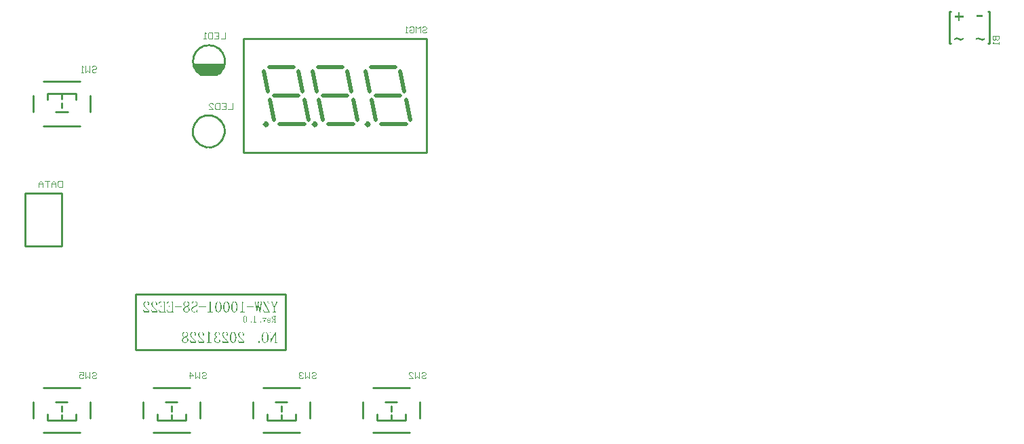
<source format=gbo>
%FSLAX25Y25*%
%MOIN*%
G70*
G01*
G75*
G04 Layer_Color=32896*
%ADD10R,0.01772X0.03937*%
%ADD11R,0.05500X0.06200*%
%ADD12R,0.02606X0.03000*%
%ADD13R,0.03000X0.02606*%
G04:AMPARAMS|DCode=14|XSize=55mil|YSize=50mil|CornerRadius=0mil|HoleSize=0mil|Usage=FLASHONLY|Rotation=180.000|XOffset=0mil|YOffset=0mil|HoleType=Round|Shape=Octagon|*
%AMOCTAGOND14*
4,1,8,-0.02750,0.01250,-0.02750,-0.01250,-0.01500,-0.02500,0.01500,-0.02500,0.02750,-0.01250,0.02750,0.01250,0.01500,0.02500,-0.01500,0.02500,-0.02750,0.01250,0.0*
%
%ADD14OCTAGOND14*%

%ADD15R,0.05500X0.05000*%
G04:AMPARAMS|DCode=16|XSize=63.78mil|YSize=53.94mil|CornerRadius=0mil|HoleSize=0mil|Usage=FLASHONLY|Rotation=0.000|XOffset=0mil|YOffset=0mil|HoleType=Round|Shape=Octagon|*
%AMOCTAGOND16*
4,1,8,0.03189,-0.01348,0.03189,0.01348,0.01841,0.02697,-0.01841,0.02697,-0.03189,0.01348,-0.03189,-0.01348,-0.01841,-0.02697,0.01841,-0.02697,0.03189,-0.01348,0.0*
%
%ADD16OCTAGOND16*%

%ADD17R,0.06378X0.05394*%
%ADD18R,0.05000X0.05500*%
G04:AMPARAMS|DCode=19|XSize=55mil|YSize=50mil|CornerRadius=0mil|HoleSize=0mil|Usage=FLASHONLY|Rotation=270.000|XOffset=0mil|YOffset=0mil|HoleType=Round|Shape=Octagon|*
%AMOCTAGOND19*
4,1,8,-0.01250,-0.02750,0.01250,-0.02750,0.02500,-0.01500,0.02500,0.01500,0.01250,0.02750,-0.01250,0.02750,-0.02500,0.01500,-0.02500,-0.01500,-0.01250,-0.02750,0.0*
%
%ADD19OCTAGOND19*%

%ADD20R,0.05000X0.03500*%
%ADD21O,0.05906X0.01181*%
G04:AMPARAMS|DCode=22|XSize=50mil|YSize=35mil|CornerRadius=0mil|HoleSize=0mil|Usage=FLASHONLY|Rotation=90.000|XOffset=0mil|YOffset=0mil|HoleType=Round|Shape=Octagon|*
%AMOCTAGOND22*
4,1,8,0.00875,0.02500,-0.00875,0.02500,-0.01750,0.01625,-0.01750,-0.01625,-0.00875,-0.02500,0.00875,-0.02500,0.01750,-0.01625,0.01750,0.01625,0.00875,0.02500,0.0*
%
%ADD22OCTAGOND22*%

%ADD23R,0.03500X0.05000*%
%ADD24O,0.08268X0.02362*%
%ADD25R,0.08268X0.02362*%
%ADD26R,0.03937X0.01772*%
%ADD27R,0.08661X0.05512*%
%ADD28O,0.02362X0.08268*%
%ADD29R,0.05394X0.06378*%
G04:AMPARAMS|DCode=30|XSize=63.78mil|YSize=53.94mil|CornerRadius=0mil|HoleSize=0mil|Usage=FLASHONLY|Rotation=270.000|XOffset=0mil|YOffset=0mil|HoleType=Round|Shape=Octagon|*
%AMOCTAGOND30*
4,1,8,-0.01348,-0.03189,0.01348,-0.03189,0.02697,-0.01841,0.02697,0.01841,0.01348,0.03189,-0.01348,0.03189,-0.02697,0.01841,-0.02697,-0.01841,-0.01348,-0.03189,0.0*
%
%ADD30OCTAGOND30*%

%ADD31R,0.06000X0.11000*%
%ADD32R,0.23000X0.24500*%
%ADD33R,0.10000X0.07480*%
G04:AMPARAMS|DCode=34|XSize=100mil|YSize=74.8mil|CornerRadius=0mil|HoleSize=0mil|Usage=FLASHONLY|Rotation=180.000|XOffset=0mil|YOffset=0mil|HoleType=Round|Shape=Octagon|*
%AMOCTAGOND34*
4,1,8,-0.05000,0.01870,-0.05000,-0.01870,-0.03130,-0.03740,0.03130,-0.03740,0.05000,-0.01870,0.05000,0.01870,0.03130,0.03740,-0.03130,0.03740,-0.05000,0.01870,0.0*
%
%ADD34OCTAGOND34*%

%ADD35R,0.24500X0.23000*%
%ADD36R,0.11000X0.06000*%
%ADD37C,0.03000*%
%ADD38C,0.00600*%
%ADD39C,0.01500*%
%ADD40R,0.28400X0.26800*%
%ADD41R,0.07900X0.22700*%
%ADD42R,0.06900X0.11300*%
%ADD43R,0.24800X0.08400*%
%ADD44R,0.09200X0.98600*%
%ADD45R,0.23200X0.12400*%
%ADD46R,0.07000X0.06000*%
%ADD47R,0.15300X0.08500*%
%ADD48R,0.06500X0.36000*%
%ADD49R,0.56000X0.11500*%
%ADD50R,0.06000X0.16000*%
%ADD51R,0.09500X0.26900*%
%ADD52R,1.04500X0.12000*%
%ADD53R,0.06000X0.44500*%
%ADD54R,0.27000X0.07000*%
%ADD55R,0.13100X0.15500*%
%ADD56R,0.08000X0.38000*%
%ADD57R,0.19600X0.03800*%
%ADD58R,0.05500X0.15000*%
%ADD59R,0.10000X0.14000*%
%ADD60R,0.07000X0.16800*%
%ADD61R,0.22800X0.08500*%
%ADD62R,0.38200X0.07200*%
%ADD63R,0.07300X0.15800*%
%ADD64R,0.05900X0.05000*%
%ADD65R,0.11200X0.03900*%
%ADD66R,0.04200X0.42200*%
%ADD67R,0.14500X0.07500*%
%ADD68C,0.06200*%
%ADD69C,0.07087*%
%ADD70R,0.07087X0.07087*%
%ADD71C,0.09843*%
%ADD72R,0.09843X0.09843*%
%ADD73R,0.07087X0.07087*%
%ADD74C,0.20000*%
%ADD75C,0.06299*%
%ADD76R,0.06299X0.06299*%
G04:AMPARAMS|DCode=77|XSize=62.99mil|YSize=62.99mil|CornerRadius=0mil|HoleSize=0mil|Usage=FLASHONLY|Rotation=180.000|XOffset=0mil|YOffset=0mil|HoleType=Round|Shape=Octagon|*
%AMOCTAGOND77*
4,1,8,-0.03150,0.01575,-0.03150,-0.01575,-0.01575,-0.03150,0.01575,-0.03150,0.03150,-0.01575,0.03150,0.01575,0.01575,0.03150,-0.01575,0.03150,-0.03150,0.01575,0.0*
%
%ADD77OCTAGOND77*%

%ADD78R,0.06299X0.06299*%
%ADD79C,0.07874*%
%ADD80R,0.06693X0.06693*%
%ADD81C,0.06693*%
%ADD82C,0.11811*%
%ADD83R,0.06693X0.06693*%
%ADD84R,0.07874X0.07874*%
%ADD85C,0.07480*%
%ADD86R,0.07480X0.07480*%
%ADD87C,0.05118*%
%ADD88R,0.05118X0.05118*%
%ADD89C,0.09055*%
%ADD90R,0.05118X0.05118*%
G04:AMPARAMS|DCode=91|XSize=70.87mil|YSize=70.87mil|CornerRadius=0mil|HoleSize=0mil|Usage=FLASHONLY|Rotation=0.000|XOffset=0mil|YOffset=0mil|HoleType=Round|Shape=Octagon|*
%AMOCTAGOND91*
4,1,8,0.03543,-0.01772,0.03543,0.01772,0.01772,0.03543,-0.01772,0.03543,-0.03543,0.01772,-0.03543,-0.01772,-0.01772,-0.03543,0.01772,-0.03543,0.03543,-0.01772,0.0*
%
%ADD91OCTAGOND91*%

%ADD92C,0.03150*%
%ADD93C,0.02362*%
%ADD94C,0.01969*%
%ADD95C,0.06000*%
%ADD96R,0.03347X0.06299*%
%ADD97R,0.06900X0.08000*%
%ADD98R,0.07200X0.15300*%
%ADD99R,0.24800X0.03000*%
%ADD100R,0.10400X0.54200*%
%ADD101R,0.08700X0.08300*%
%ADD102R,0.09700X0.43800*%
%ADD103R,0.10000X0.12500*%
%ADD104R,0.04000X0.38900*%
%ADD105R,0.17100X0.04000*%
%ADD106R,0.04000X0.08200*%
%ADD107R,0.08000X0.32000*%
%ADD108R,0.04000X0.16900*%
%ADD109R,0.26300X0.04500*%
%ADD110R,0.08000X0.15000*%
%ADD111R,1.00500X0.08000*%
%ADD112R,0.59100X0.27000*%
%ADD113R,0.14100X0.20000*%
%ADD114C,0.00984*%
%ADD115C,0.01000*%
%ADD116C,0.00787*%
%ADD117C,0.01984*%
%ADD118C,0.00800*%
%ADD119C,0.01969*%
%ADD120C,0.02900*%
%ADD121C,0.00591*%
%ADD122C,0.00472*%
%ADD123R,0.06299X0.02165*%
%ADD124R,0.02165X0.06299*%
%ADD125R,0.11000X0.03000*%
%ADD126R,0.09449X0.02165*%
%ADD127R,0.09449X0.00847*%
%ADD128R,0.02572X0.04737*%
%ADD129R,0.06300X0.07000*%
%ADD130R,0.03406X0.03800*%
%ADD131R,0.03800X0.03406*%
G04:AMPARAMS|DCode=132|XSize=63mil|YSize=58mil|CornerRadius=0mil|HoleSize=0mil|Usage=FLASHONLY|Rotation=180.000|XOffset=0mil|YOffset=0mil|HoleType=Round|Shape=Octagon|*
%AMOCTAGOND132*
4,1,8,-0.03150,0.01450,-0.03150,-0.01450,-0.01700,-0.02900,0.01700,-0.02900,0.03150,-0.01450,0.03150,0.01450,0.01700,0.02900,-0.01700,0.02900,-0.03150,0.01450,0.0*
%
%ADD132OCTAGOND132*%

%ADD133R,0.06300X0.05800*%
G04:AMPARAMS|DCode=134|XSize=71.78mil|YSize=61.94mil|CornerRadius=0mil|HoleSize=0mil|Usage=FLASHONLY|Rotation=0.000|XOffset=0mil|YOffset=0mil|HoleType=Round|Shape=Octagon|*
%AMOCTAGOND134*
4,1,8,0.03589,-0.01548,0.03589,0.01548,0.02041,0.03097,-0.02041,0.03097,-0.03589,0.01548,-0.03589,-0.01548,-0.02041,-0.03097,0.02041,-0.03097,0.03589,-0.01548,0.0*
%
%ADD134OCTAGOND134*%

%ADD135R,0.07178X0.06194*%
%ADD136R,0.05800X0.06300*%
G04:AMPARAMS|DCode=137|XSize=63mil|YSize=58mil|CornerRadius=0mil|HoleSize=0mil|Usage=FLASHONLY|Rotation=270.000|XOffset=0mil|YOffset=0mil|HoleType=Round|Shape=Octagon|*
%AMOCTAGOND137*
4,1,8,-0.01450,-0.03150,0.01450,-0.03150,0.02900,-0.01700,0.02900,0.01700,0.01450,0.03150,-0.01450,0.03150,-0.02900,0.01700,-0.02900,-0.01700,-0.01450,-0.03150,0.0*
%
%ADD137OCTAGOND137*%

%ADD138R,0.05800X0.04300*%
%ADD139O,0.06706X0.01981*%
G04:AMPARAMS|DCode=140|XSize=58mil|YSize=43mil|CornerRadius=0mil|HoleSize=0mil|Usage=FLASHONLY|Rotation=90.000|XOffset=0mil|YOffset=0mil|HoleType=Round|Shape=Octagon|*
%AMOCTAGOND140*
4,1,8,0.01075,0.02900,-0.01075,0.02900,-0.02150,0.01825,-0.02150,-0.01825,-0.01075,-0.02900,0.01075,-0.02900,0.02150,-0.01825,0.02150,0.01825,0.01075,0.02900,0.0*
%
%ADD140OCTAGOND140*%

%ADD141R,0.04300X0.05800*%
%ADD142O,0.09068X0.03162*%
%ADD143R,0.09068X0.03162*%
%ADD144R,0.04737X0.02572*%
%ADD145R,0.09461X0.06312*%
%ADD146O,0.03162X0.09068*%
%ADD147R,0.06194X0.07178*%
G04:AMPARAMS|DCode=148|XSize=71.78mil|YSize=61.94mil|CornerRadius=0mil|HoleSize=0mil|Usage=FLASHONLY|Rotation=270.000|XOffset=0mil|YOffset=0mil|HoleType=Round|Shape=Octagon|*
%AMOCTAGOND148*
4,1,8,-0.01548,-0.03589,0.01548,-0.03589,0.03097,-0.02041,0.03097,0.02041,0.01548,0.03589,-0.01548,0.03589,-0.03097,0.02041,-0.03097,-0.02041,-0.01548,-0.03589,0.0*
%
%ADD148OCTAGOND148*%

%ADD149R,0.06800X0.11800*%
%ADD150R,0.23800X0.25300*%
%ADD151R,0.10800X0.08280*%
G04:AMPARAMS|DCode=152|XSize=108mil|YSize=82.8mil|CornerRadius=0mil|HoleSize=0mil|Usage=FLASHONLY|Rotation=180.000|XOffset=0mil|YOffset=0mil|HoleType=Round|Shape=Octagon|*
%AMOCTAGOND152*
4,1,8,-0.05400,0.02070,-0.05400,-0.02070,-0.03330,-0.04140,0.03330,-0.04140,0.05400,-0.02070,0.05400,0.02070,0.03330,0.04140,-0.03330,0.04140,-0.05400,0.02070,0.0*
%
%ADD152OCTAGOND152*%

%ADD153R,0.25300X0.23800*%
%ADD154R,0.11800X0.06800*%
%ADD155C,0.07000*%
%ADD156C,0.07887*%
%ADD157R,0.07887X0.07887*%
%ADD158C,0.10642*%
%ADD159R,0.10642X0.10642*%
%ADD160R,0.07887X0.07887*%
%ADD161C,0.20800*%
%ADD162C,0.07099*%
%ADD163R,0.07099X0.07099*%
G04:AMPARAMS|DCode=164|XSize=70.99mil|YSize=70.99mil|CornerRadius=0mil|HoleSize=0mil|Usage=FLASHONLY|Rotation=180.000|XOffset=0mil|YOffset=0mil|HoleType=Round|Shape=Octagon|*
%AMOCTAGOND164*
4,1,8,-0.03550,0.01775,-0.03550,-0.01775,-0.01775,-0.03550,0.01775,-0.03550,0.03550,-0.01775,0.03550,0.01775,0.01775,0.03550,-0.01775,0.03550,-0.03550,0.01775,0.0*
%
%ADD164OCTAGOND164*%

%ADD165R,0.07099X0.07099*%
%ADD166C,0.08674*%
%ADD167R,0.07493X0.07493*%
%ADD168C,0.07493*%
%ADD169C,0.12611*%
%ADD170R,0.07493X0.07493*%
%ADD171R,0.08674X0.08674*%
%ADD172C,0.08280*%
%ADD173R,0.08280X0.08280*%
%ADD174C,0.05918*%
%ADD175R,0.05918X0.05918*%
%ADD176C,0.09855*%
%ADD177R,0.05918X0.05918*%
G04:AMPARAMS|DCode=178|XSize=78.87mil|YSize=78.87mil|CornerRadius=0mil|HoleSize=0mil|Usage=FLASHONLY|Rotation=0.000|XOffset=0mil|YOffset=0mil|HoleType=Round|Shape=Octagon|*
%AMOCTAGOND178*
4,1,8,0.03943,-0.01972,0.03943,0.01972,0.01972,0.03943,-0.01972,0.03943,-0.03943,0.01972,-0.03943,-0.01972,-0.01972,-0.03943,0.01972,-0.03943,0.03943,-0.01972,0.0*
%
%ADD178OCTAGOND178*%

%ADD179C,0.03162*%
%ADD180R,0.46600X0.27000*%
%ADD181C,0.06800*%
%ADD182R,0.04147X0.07099*%
%ADD183C,0.02000*%
G36*
X77887Y71506D02*
X77675D01*
X77631Y71499D01*
X77595Y71484D01*
X77566Y71477D01*
X77529Y71447D01*
X77515Y71440D01*
X77478Y71389D01*
X77456Y71331D01*
X77449Y71280D01*
Y71265D01*
Y71258D01*
Y66855D01*
X77456Y66775D01*
X77478Y66716D01*
X77508Y66687D01*
X77515Y66673D01*
X77544Y66651D01*
X77573Y66636D01*
X77639Y66622D01*
X77675Y66614D01*
X77916D01*
Y66432D01*
X74781D01*
X74438Y67635D01*
X74599Y67693D01*
X74672Y67496D01*
X74752Y67329D01*
X74839Y67183D01*
X74919Y67074D01*
X74992Y66979D01*
X75051Y66920D01*
X75087Y66884D01*
X75094Y66869D01*
X75102D01*
X75226Y66782D01*
X75357Y66724D01*
X75488Y66680D01*
X75612Y66643D01*
X75721Y66629D01*
X75802Y66622D01*
X75838Y66614D01*
X76684D01*
X76764Y66622D01*
X76822Y66643D01*
X76866Y66665D01*
X76873Y66673D01*
X76881D01*
X76924Y66724D01*
X76946Y66789D01*
X76953Y66833D01*
Y66847D01*
Y66855D01*
Y69166D01*
X76064D01*
X75955Y69159D01*
X75867Y69137D01*
X75787Y69107D01*
X75729Y69071D01*
X75678Y69034D01*
X75648Y69005D01*
X75627Y68984D01*
X75619Y68976D01*
X75576Y68903D01*
X75539Y68816D01*
X75517Y68728D01*
X75495Y68648D01*
X75488Y68568D01*
X75481Y68510D01*
Y68466D01*
Y68459D01*
Y68451D01*
Y68335D01*
X75299D01*
Y70150D01*
X75481D01*
Y69960D01*
X75488Y69851D01*
X75503Y69756D01*
X75525Y69683D01*
X75546Y69618D01*
X75576Y69567D01*
X75598Y69530D01*
X75612Y69508D01*
X75619Y69501D01*
X75678Y69450D01*
X75751Y69414D01*
X75823Y69384D01*
X75896Y69370D01*
X75962Y69355D01*
X76013Y69348D01*
X76953D01*
Y71258D01*
X76939Y71338D01*
X76917Y71396D01*
X76895Y71433D01*
X76881Y71440D01*
X76815Y71477D01*
X76749Y71499D01*
X76727Y71506D01*
X75823D01*
X75700Y71499D01*
X75583Y71469D01*
X75481Y71433D01*
X75393Y71389D01*
X75313Y71346D01*
X75262Y71309D01*
X75226Y71280D01*
X75211Y71273D01*
X75109Y71178D01*
X75014Y71068D01*
X74927Y70952D01*
X74847Y70842D01*
X74781Y70740D01*
X74737Y70653D01*
X74715Y70624D01*
X74701Y70602D01*
X74694Y70587D01*
Y70580D01*
X74533Y70638D01*
X74876Y71688D01*
X77887D01*
Y71506D01*
D02*
G37*
G36*
X81823D02*
X81612D01*
X81568Y71499D01*
X81532Y71484D01*
X81502Y71477D01*
X81466Y71447D01*
X81451Y71440D01*
X81415Y71389D01*
X81393Y71331D01*
X81386Y71280D01*
Y71265D01*
Y71258D01*
Y66855D01*
X81393Y66775D01*
X81415Y66716D01*
X81444Y66687D01*
X81451Y66673D01*
X81480Y66651D01*
X81510Y66636D01*
X81575Y66622D01*
X81612Y66614D01*
X81852D01*
Y66432D01*
X78718D01*
X78375Y67635D01*
X78535Y67693D01*
X78608Y67496D01*
X78689Y67329D01*
X78776Y67183D01*
X78856Y67074D01*
X78929Y66979D01*
X78987Y66920D01*
X79024Y66884D01*
X79031Y66869D01*
X79038D01*
X79162Y66782D01*
X79294Y66724D01*
X79425Y66680D01*
X79549Y66643D01*
X79658Y66629D01*
X79738Y66622D01*
X79775Y66614D01*
X80620D01*
X80700Y66622D01*
X80759Y66643D01*
X80803Y66665D01*
X80810Y66673D01*
X80817D01*
X80861Y66724D01*
X80883Y66789D01*
X80890Y66833D01*
Y66847D01*
Y66855D01*
Y69166D01*
X80001D01*
X79891Y69159D01*
X79804Y69137D01*
X79724Y69107D01*
X79665Y69071D01*
X79614Y69034D01*
X79585Y69005D01*
X79563Y68984D01*
X79556Y68976D01*
X79512Y68903D01*
X79476Y68816D01*
X79454Y68728D01*
X79432Y68648D01*
X79425Y68568D01*
X79418Y68510D01*
Y68466D01*
Y68459D01*
Y68451D01*
Y68335D01*
X79235D01*
Y70150D01*
X79418D01*
Y69960D01*
X79425Y69851D01*
X79439Y69756D01*
X79461Y69683D01*
X79483Y69618D01*
X79512Y69567D01*
X79534Y69530D01*
X79549Y69508D01*
X79556Y69501D01*
X79614Y69450D01*
X79687Y69414D01*
X79760Y69384D01*
X79833Y69370D01*
X79899Y69355D01*
X79950Y69348D01*
X80890D01*
Y71258D01*
X80875Y71338D01*
X80854Y71396D01*
X80832Y71433D01*
X80817Y71440D01*
X80752Y71477D01*
X80686Y71499D01*
X80664Y71506D01*
X79760D01*
X79636Y71499D01*
X79519Y71469D01*
X79418Y71433D01*
X79330Y71389D01*
X79250Y71346D01*
X79199Y71309D01*
X79162Y71280D01*
X79148Y71273D01*
X79046Y71178D01*
X78951Y71068D01*
X78863Y70952D01*
X78783Y70842D01*
X78718Y70740D01*
X78674Y70653D01*
X78652Y70624D01*
X78637Y70602D01*
X78630Y70587D01*
Y70580D01*
X78470Y70638D01*
X78812Y71688D01*
X81823D01*
Y71506D01*
D02*
G37*
G36*
X121182Y69042D02*
X117770D01*
Y69319D01*
X121182D01*
Y69042D01*
D02*
G37*
G36*
X85752D02*
X82341D01*
Y69319D01*
X85752D01*
Y69042D01*
D02*
G37*
G36*
X97562D02*
X94151D01*
Y69319D01*
X97562D01*
Y69042D01*
D02*
G37*
G36*
X68504Y71739D02*
X68687Y71703D01*
X68854Y71644D01*
X69000Y71586D01*
X69066Y71550D01*
X69124Y71520D01*
X69175Y71491D01*
X69219Y71462D01*
X69255Y71440D01*
X69277Y71426D01*
X69292Y71418D01*
X69299Y71411D01*
X69379Y71346D01*
X69452Y71273D01*
X69510Y71192D01*
X69561Y71119D01*
X69605Y71032D01*
X69649Y70952D01*
X69700Y70791D01*
X69736Y70653D01*
X69744Y70587D01*
X69751Y70536D01*
X69758Y70493D01*
Y70456D01*
Y70434D01*
Y70427D01*
X69751Y70339D01*
X69744Y70266D01*
X69729Y70208D01*
X69707Y70157D01*
X69685Y70121D01*
X69671Y70092D01*
X69664Y70077D01*
X69656Y70070D01*
X69612Y70033D01*
X69561Y70011D01*
X69467Y69982D01*
X69430Y69975D01*
X69394Y69968D01*
X69365D01*
X69262Y69982D01*
X69190Y70004D01*
X69168Y70019D01*
X69146Y70026D01*
X69131Y70041D01*
X69102Y70077D01*
X69087Y70113D01*
X69058Y70186D01*
Y70223D01*
X69051Y70252D01*
Y70266D01*
Y70274D01*
X69058Y70318D01*
X69066Y70361D01*
X69095Y70442D01*
X69117Y70471D01*
X69131Y70493D01*
X69139Y70507D01*
X69146Y70514D01*
X69190Y70565D01*
X69219Y70616D01*
X69241Y70667D01*
X69255Y70718D01*
X69262Y70762D01*
X69270Y70799D01*
Y70821D01*
Y70828D01*
X69255Y70937D01*
X69226Y71039D01*
X69190Y71119D01*
X69139Y71192D01*
X69087Y71251D01*
X69051Y71294D01*
X69022Y71324D01*
X69007Y71331D01*
X68905Y71396D01*
X68796Y71447D01*
X68694Y71484D01*
X68592Y71513D01*
X68512Y71528D01*
X68439Y71535D01*
X68380D01*
X68205Y71520D01*
X68060Y71491D01*
X67936Y71440D01*
X67826Y71389D01*
X67746Y71331D01*
X67688Y71280D01*
X67659Y71251D01*
X67644Y71236D01*
X67564Y71119D01*
X67498Y70981D01*
X67455Y70842D01*
X67425Y70711D01*
X67411Y70587D01*
X67404Y70536D01*
X67396Y70485D01*
Y70449D01*
Y70420D01*
Y70405D01*
Y70398D01*
X67404Y70245D01*
X67433Y70092D01*
X67476Y69946D01*
X67520Y69814D01*
X67564Y69698D01*
X67586Y69654D01*
X67608Y69610D01*
X67622Y69574D01*
X67637Y69552D01*
X67644Y69538D01*
Y69530D01*
X67746Y69355D01*
X67870Y69188D01*
X67994Y69020D01*
X68125Y68867D01*
X68235Y68743D01*
X68286Y68685D01*
X68329Y68641D01*
X68366Y68604D01*
X68395Y68575D01*
X68410Y68561D01*
X68417Y68553D01*
X68621Y68342D01*
X68810Y68145D01*
X68971Y67970D01*
X69102Y67824D01*
X69160Y67759D01*
X69212Y67700D01*
X69248Y67649D01*
X69284Y67613D01*
X69314Y67576D01*
X69335Y67555D01*
X69343Y67540D01*
X69350Y67533D01*
X69474Y67380D01*
X69576Y67241D01*
X69664Y67124D01*
X69729Y67023D01*
X69787Y66942D01*
X69824Y66884D01*
X69846Y66847D01*
X69853Y66833D01*
Y66432D01*
X67003D01*
X66813Y67751D01*
X67003D01*
X67032Y67598D01*
X67068Y67467D01*
X67105Y67358D01*
X67148Y67263D01*
X67185Y67197D01*
X67221Y67146D01*
X67243Y67110D01*
X67251Y67103D01*
X67323Y67030D01*
X67396Y66979D01*
X67476Y66942D01*
X67549Y66920D01*
X67615Y66906D01*
X67666Y66891D01*
X69518D01*
X69496Y66928D01*
X69467Y66971D01*
X69394Y67081D01*
X69299Y67197D01*
X69204Y67321D01*
X69109Y67431D01*
X69066Y67482D01*
X69029Y67526D01*
X69000Y67562D01*
X68978Y67591D01*
X68964Y67606D01*
X68956Y67613D01*
X68862Y67715D01*
X68760Y67832D01*
X68541Y68058D01*
X68308Y68291D01*
X68089Y68517D01*
X67987Y68619D01*
X67892Y68714D01*
X67804Y68794D01*
X67732Y68867D01*
X67673Y68932D01*
X67622Y68976D01*
X67593Y69005D01*
X67586Y69013D01*
X67455Y69137D01*
X67345Y69268D01*
X67251Y69384D01*
X67178Y69494D01*
X67119Y69581D01*
X67076Y69654D01*
X67061Y69683D01*
X67054Y69705D01*
X67046Y69713D01*
Y69720D01*
X66988Y69858D01*
X66944Y69990D01*
X66915Y70113D01*
X66893Y70230D01*
X66879Y70325D01*
X66871Y70390D01*
Y70420D01*
Y70442D01*
Y70449D01*
Y70456D01*
X66879Y70558D01*
X66886Y70653D01*
X66930Y70835D01*
X66981Y70995D01*
X67046Y71127D01*
X67112Y71236D01*
X67148Y71280D01*
X67170Y71316D01*
X67192Y71346D01*
X67214Y71367D01*
X67221Y71375D01*
X67229Y71382D01*
X67301Y71447D01*
X67374Y71506D01*
X67462Y71557D01*
X67542Y71601D01*
X67724Y71666D01*
X67899Y71710D01*
X67987Y71724D01*
X68060Y71732D01*
X68133Y71739D01*
X68191Y71746D01*
X68242Y71754D01*
X68410D01*
X68504Y71739D01*
D02*
G37*
G36*
X119856Y61876D02*
X119891Y61867D01*
X119926Y61859D01*
X119952Y61846D01*
X119979Y61828D01*
X119996Y61819D01*
X120005Y61811D01*
X120009Y61806D01*
X120035Y61776D01*
X120057Y61745D01*
X120070Y61710D01*
X120083Y61675D01*
X120088Y61645D01*
X120092Y61623D01*
Y61605D01*
Y61601D01*
X120088Y61553D01*
X120079Y61514D01*
X120066Y61479D01*
X120048Y61448D01*
X120035Y61426D01*
X120022Y61409D01*
X120014Y61400D01*
X120009Y61396D01*
X119979Y61374D01*
X119944Y61356D01*
X119913Y61343D01*
X119883Y61334D01*
X119856Y61330D01*
X119834Y61326D01*
X119817D01*
X119778Y61330D01*
X119743Y61339D01*
X119708Y61347D01*
X119681Y61361D01*
X119655Y61374D01*
X119638Y61387D01*
X119629Y61391D01*
X119625Y61396D01*
X119594Y61426D01*
X119572Y61461D01*
X119559Y61492D01*
X119546Y61527D01*
X119542Y61557D01*
X119537Y61579D01*
Y61597D01*
Y61601D01*
X119542Y61640D01*
X119550Y61675D01*
X119563Y61710D01*
X119581Y61736D01*
X119598Y61762D01*
X119612Y61780D01*
X119620Y61789D01*
X119625Y61793D01*
X119655Y61824D01*
X119690Y61846D01*
X119721Y61859D01*
X119751Y61872D01*
X119778Y61876D01*
X119799Y61880D01*
X119817D01*
X119856Y61876D01*
D02*
G37*
G36*
X124576D02*
X124611Y61867D01*
X124646Y61859D01*
X124672Y61846D01*
X124698Y61828D01*
X124716Y61819D01*
X124724Y61811D01*
X124729Y61806D01*
X124755Y61776D01*
X124777Y61745D01*
X124790Y61710D01*
X124803Y61675D01*
X124808Y61645D01*
X124812Y61623D01*
Y61605D01*
Y61601D01*
X124808Y61553D01*
X124799Y61514D01*
X124786Y61479D01*
X124768Y61448D01*
X124755Y61426D01*
X124742Y61409D01*
X124733Y61400D01*
X124729Y61396D01*
X124698Y61374D01*
X124663Y61356D01*
X124633Y61343D01*
X124602Y61334D01*
X124576Y61330D01*
X124554Y61326D01*
X124537D01*
X124497Y61330D01*
X124462Y61339D01*
X124427Y61347D01*
X124401Y61361D01*
X124375Y61374D01*
X124357Y61387D01*
X124349Y61391D01*
X124344Y61396D01*
X124314Y61426D01*
X124292Y61461D01*
X124279Y61492D01*
X124266Y61527D01*
X124261Y61557D01*
X124257Y61579D01*
Y61597D01*
Y61601D01*
X124261Y61640D01*
X124270Y61675D01*
X124283Y61710D01*
X124301Y61736D01*
X124318Y61762D01*
X124331Y61780D01*
X124340Y61789D01*
X124344Y61793D01*
X124375Y61824D01*
X124410Y61846D01*
X124440Y61859D01*
X124471Y61872D01*
X124497Y61876D01*
X124519Y61880D01*
X124537D01*
X124576Y61876D01*
D02*
G37*
G36*
X92131Y71746D02*
X92255Y71739D01*
X92365Y71717D01*
X92474Y71688D01*
X92569Y71659D01*
X92663Y71623D01*
X92744Y71579D01*
X92817Y71542D01*
X92882Y71506D01*
X92940Y71462D01*
X92991Y71426D01*
X93028Y71396D01*
X93057Y71367D01*
X93079Y71353D01*
X93094Y71338D01*
X93101Y71331D01*
X93166Y71251D01*
X93225Y71178D01*
X93276Y71098D01*
X93319Y71017D01*
X93385Y70872D01*
X93429Y70740D01*
X93458Y70624D01*
X93465Y70573D01*
X93473Y70536D01*
X93480Y70500D01*
Y70478D01*
Y70463D01*
Y70456D01*
X93465Y70252D01*
X93429Y70077D01*
X93385Y69931D01*
X93327Y69807D01*
X93269Y69713D01*
X93225Y69647D01*
X93188Y69610D01*
X93174Y69596D01*
X93108Y69545D01*
X93035Y69486D01*
X92955Y69436D01*
X92867Y69377D01*
X92678Y69268D01*
X92488Y69166D01*
X92401Y69122D01*
X92313Y69078D01*
X92241Y69042D01*
X92168Y69013D01*
X92117Y68984D01*
X92073Y68962D01*
X92044Y68954D01*
X92036Y68947D01*
X91927Y68896D01*
X91818Y68845D01*
X91723Y68794D01*
X91636Y68743D01*
X91548Y68692D01*
X91475Y68648D01*
X91409Y68604D01*
X91351Y68561D01*
X91249Y68488D01*
X91184Y68429D01*
X91140Y68393D01*
X91125Y68378D01*
X91023Y68269D01*
X90950Y68160D01*
X90899Y68065D01*
X90863Y67970D01*
X90841Y67890D01*
X90834Y67832D01*
X90826Y67795D01*
Y67781D01*
X90841Y67576D01*
X90870Y67394D01*
X90907Y67241D01*
X90957Y67117D01*
X91009Y67023D01*
X91045Y66950D01*
X91074Y66906D01*
X91089Y66891D01*
X91198Y66789D01*
X91322Y66716D01*
X91453Y66658D01*
X91577Y66622D01*
X91694Y66600D01*
X91745Y66592D01*
X91789D01*
X91825Y66585D01*
X91876D01*
X92058Y66600D01*
X92226Y66629D01*
X92372Y66680D01*
X92503Y66731D01*
X92612Y66782D01*
X92656Y66811D01*
X92693Y66833D01*
X92722Y66847D01*
X92744Y66862D01*
X92751Y66877D01*
X92758D01*
X92831Y66935D01*
X92897Y67008D01*
X92955Y67081D01*
X93013Y67168D01*
X93115Y67343D01*
X93203Y67518D01*
X93269Y67679D01*
X93298Y67751D01*
X93319Y67817D01*
X93334Y67868D01*
X93349Y67905D01*
X93356Y67934D01*
Y67941D01*
X93538Y67883D01*
X93298Y66366D01*
X93210Y66425D01*
X93145Y66476D01*
X93115Y66498D01*
X93094Y66505D01*
X93086Y66519D01*
X93079D01*
X93013Y66556D01*
X92955Y66578D01*
X92911Y66585D01*
X92897D01*
X92831Y66578D01*
X92765Y66571D01*
X92627Y66541D01*
X92561Y66519D01*
X92510Y66505D01*
X92481Y66498D01*
X92467Y66490D01*
X92372Y66447D01*
X92277Y66417D01*
X92182Y66395D01*
X92095Y66381D01*
X92022Y66374D01*
X91964Y66366D01*
X91913D01*
X91774Y66374D01*
X91650Y66388D01*
X91533Y66403D01*
X91424Y66432D01*
X91322Y66468D01*
X91227Y66505D01*
X91147Y66541D01*
X91067Y66585D01*
X91001Y66622D01*
X90943Y66658D01*
X90892Y66694D01*
X90855Y66731D01*
X90826Y66760D01*
X90797Y66775D01*
X90790Y66789D01*
X90783Y66796D01*
X90717Y66877D01*
X90651Y66964D01*
X90600Y67044D01*
X90557Y67132D01*
X90491Y67299D01*
X90447Y67453D01*
X90418Y67584D01*
X90411Y67642D01*
X90403Y67686D01*
X90396Y67730D01*
Y67759D01*
Y67773D01*
Y67781D01*
Y67875D01*
X90411Y67970D01*
X90447Y68145D01*
X90498Y68298D01*
X90557Y68437D01*
X90622Y68539D01*
X90651Y68590D01*
X90673Y68626D01*
X90695Y68655D01*
X90710Y68677D01*
X90717Y68685D01*
X90724Y68692D01*
X90790Y68765D01*
X90863Y68830D01*
X91023Y68962D01*
X91198Y69078D01*
X91373Y69180D01*
X91533Y69261D01*
X91606Y69297D01*
X91665Y69326D01*
X91716Y69348D01*
X91752Y69363D01*
X91781Y69377D01*
X91789D01*
X91949Y69450D01*
X92095Y69516D01*
X92219Y69581D01*
X92335Y69640D01*
X92437Y69691D01*
X92525Y69742D01*
X92605Y69785D01*
X92671Y69829D01*
X92729Y69858D01*
X92773Y69895D01*
X92809Y69917D01*
X92838Y69938D01*
X92860Y69953D01*
X92875Y69968D01*
X92882Y69975D01*
X92948Y70055D01*
X92999Y70150D01*
X93028Y70237D01*
X93057Y70325D01*
X93072Y70405D01*
X93079Y70463D01*
Y70507D01*
Y70514D01*
Y70522D01*
X93072Y70653D01*
X93042Y70784D01*
X93013Y70901D01*
X92970Y71003D01*
X92933Y71083D01*
X92897Y71149D01*
X92875Y71192D01*
X92867Y71207D01*
X92824Y71265D01*
X92773Y71316D01*
X92649Y71396D01*
X92518Y71455D01*
X92386Y71491D01*
X92263Y71520D01*
X92204Y71528D01*
X92160D01*
X92124Y71535D01*
X92066D01*
X91898Y71528D01*
X91752Y71499D01*
X91621Y71462D01*
X91512Y71418D01*
X91424Y71375D01*
X91359Y71338D01*
X91322Y71309D01*
X91307Y71302D01*
X91256Y71251D01*
X91198Y71200D01*
X91096Y71068D01*
X91001Y70923D01*
X90914Y70777D01*
X90841Y70646D01*
X90812Y70580D01*
X90790Y70529D01*
X90768Y70485D01*
X90753Y70456D01*
X90739Y70434D01*
Y70427D01*
X90579Y70485D01*
X90702Y71754D01*
X90724Y71710D01*
X90753Y71674D01*
X90797Y71615D01*
X90834Y71586D01*
X90841Y71579D01*
X90848D01*
X90907Y71557D01*
X90957Y71542D01*
X91001Y71535D01*
X91016D01*
X91067Y71542D01*
X91132Y71557D01*
X91264Y71601D01*
X91322Y71623D01*
X91373Y71637D01*
X91402Y71652D01*
X91417Y71659D01*
X91519Y71688D01*
X91621Y71717D01*
X91723Y71732D01*
X91811Y71739D01*
X91891Y71746D01*
X91949Y71754D01*
X92000D01*
X92131Y71746D01*
D02*
G37*
G36*
X72441Y71739D02*
X72623Y71703D01*
X72791Y71644D01*
X72937Y71586D01*
X73002Y71550D01*
X73061Y71520D01*
X73112Y71491D01*
X73155Y71462D01*
X73192Y71440D01*
X73214Y71426D01*
X73228Y71418D01*
X73236Y71411D01*
X73316Y71346D01*
X73389Y71273D01*
X73447Y71192D01*
X73498Y71119D01*
X73542Y71032D01*
X73585Y70952D01*
X73637Y70791D01*
X73673Y70653D01*
X73680Y70587D01*
X73687Y70536D01*
X73695Y70493D01*
Y70456D01*
Y70434D01*
Y70427D01*
X73687Y70339D01*
X73680Y70266D01*
X73666Y70208D01*
X73644Y70157D01*
X73622Y70121D01*
X73607Y70092D01*
X73600Y70077D01*
X73593Y70070D01*
X73549Y70033D01*
X73498Y70011D01*
X73403Y69982D01*
X73367Y69975D01*
X73330Y69968D01*
X73301D01*
X73199Y69982D01*
X73126Y70004D01*
X73104Y70019D01*
X73083Y70026D01*
X73068Y70041D01*
X73039Y70077D01*
X73024Y70113D01*
X72995Y70186D01*
Y70223D01*
X72988Y70252D01*
Y70266D01*
Y70274D01*
X72995Y70318D01*
X73002Y70361D01*
X73031Y70442D01*
X73053Y70471D01*
X73068Y70493D01*
X73075Y70507D01*
X73083Y70514D01*
X73126Y70565D01*
X73155Y70616D01*
X73177Y70667D01*
X73192Y70718D01*
X73199Y70762D01*
X73206Y70799D01*
Y70821D01*
Y70828D01*
X73192Y70937D01*
X73163Y71039D01*
X73126Y71119D01*
X73075Y71192D01*
X73024Y71251D01*
X72988Y71294D01*
X72958Y71324D01*
X72944Y71331D01*
X72842Y71396D01*
X72733Y71447D01*
X72631Y71484D01*
X72528Y71513D01*
X72448Y71528D01*
X72375Y71535D01*
X72317D01*
X72142Y71520D01*
X71996Y71491D01*
X71872Y71440D01*
X71763Y71389D01*
X71683Y71331D01*
X71624Y71280D01*
X71595Y71251D01*
X71581Y71236D01*
X71500Y71119D01*
X71435Y70981D01*
X71391Y70842D01*
X71362Y70711D01*
X71347Y70587D01*
X71340Y70536D01*
X71333Y70485D01*
Y70449D01*
Y70420D01*
Y70405D01*
Y70398D01*
X71340Y70245D01*
X71369Y70092D01*
X71413Y69946D01*
X71457Y69814D01*
X71500Y69698D01*
X71522Y69654D01*
X71544Y69610D01*
X71559Y69574D01*
X71573Y69552D01*
X71581Y69538D01*
Y69530D01*
X71683Y69355D01*
X71807Y69188D01*
X71931Y69020D01*
X72062Y68867D01*
X72171Y68743D01*
X72222Y68685D01*
X72266Y68641D01*
X72302Y68604D01*
X72332Y68575D01*
X72346Y68561D01*
X72354Y68553D01*
X72558Y68342D01*
X72747Y68145D01*
X72908Y67970D01*
X73039Y67824D01*
X73097Y67759D01*
X73148Y67700D01*
X73185Y67649D01*
X73221Y67613D01*
X73250Y67576D01*
X73272Y67555D01*
X73279Y67540D01*
X73287Y67533D01*
X73410Y67380D01*
X73513Y67241D01*
X73600Y67124D01*
X73666Y67023D01*
X73724Y66942D01*
X73760Y66884D01*
X73782Y66847D01*
X73790Y66833D01*
Y66432D01*
X70939D01*
X70750Y67751D01*
X70939D01*
X70968Y67598D01*
X71005Y67467D01*
X71041Y67358D01*
X71085Y67263D01*
X71122Y67197D01*
X71158Y67146D01*
X71180Y67110D01*
X71187Y67103D01*
X71260Y67030D01*
X71333Y66979D01*
X71413Y66942D01*
X71486Y66920D01*
X71552Y66906D01*
X71603Y66891D01*
X73454D01*
X73432Y66928D01*
X73403Y66971D01*
X73330Y67081D01*
X73236Y67197D01*
X73141Y67321D01*
X73046Y67431D01*
X73002Y67482D01*
X72966Y67526D01*
X72937Y67562D01*
X72915Y67591D01*
X72900Y67606D01*
X72893Y67613D01*
X72798Y67715D01*
X72696Y67832D01*
X72477Y68058D01*
X72244Y68291D01*
X72025Y68517D01*
X71923Y68619D01*
X71829Y68714D01*
X71741Y68794D01*
X71668Y68867D01*
X71610Y68932D01*
X71559Y68976D01*
X71530Y69005D01*
X71522Y69013D01*
X71391Y69137D01*
X71282Y69268D01*
X71187Y69384D01*
X71114Y69494D01*
X71056Y69581D01*
X71012Y69654D01*
X70998Y69683D01*
X70990Y69705D01*
X70983Y69713D01*
Y69720D01*
X70925Y69858D01*
X70881Y69990D01*
X70852Y70113D01*
X70830Y70230D01*
X70815Y70325D01*
X70808Y70390D01*
Y70420D01*
Y70442D01*
Y70449D01*
Y70456D01*
X70815Y70558D01*
X70823Y70653D01*
X70866Y70835D01*
X70917Y70995D01*
X70983Y71127D01*
X71049Y71236D01*
X71085Y71280D01*
X71107Y71316D01*
X71129Y71346D01*
X71151Y71367D01*
X71158Y71375D01*
X71165Y71382D01*
X71238Y71447D01*
X71311Y71506D01*
X71399Y71557D01*
X71479Y71601D01*
X71661Y71666D01*
X71836Y71710D01*
X71923Y71724D01*
X71996Y71732D01*
X72069Y71739D01*
X72127Y71746D01*
X72179Y71754D01*
X72346D01*
X72441Y71739D01*
D02*
G37*
G36*
X128873Y70638D02*
X128691Y70580D01*
X128596Y70740D01*
X128494Y70879D01*
X128399Y71003D01*
X128312Y71098D01*
X128239Y71178D01*
X128173Y71229D01*
X128137Y71265D01*
X128122Y71273D01*
X127998Y71353D01*
X127874Y71411D01*
X127750Y71447D01*
X127641Y71477D01*
X127546Y71491D01*
X127466Y71506D01*
X126321D01*
X129026Y66432D01*
X126074D01*
X125731Y67628D01*
X125920Y67657D01*
X125993Y67475D01*
X126074Y67314D01*
X126154Y67176D01*
X126227Y67066D01*
X126292Y66979D01*
X126343Y66920D01*
X126380Y66884D01*
X126394Y66869D01*
X126511Y66782D01*
X126628Y66724D01*
X126744Y66680D01*
X126846Y66643D01*
X126941Y66629D01*
X127021Y66622D01*
X127050Y66614D01*
X128414D01*
X125702Y71688D01*
X128508D01*
X128873Y70638D01*
D02*
G37*
G36*
X133057Y71506D02*
X132999D01*
X132948Y71499D01*
X132897Y71491D01*
X132824Y71462D01*
X132795Y71440D01*
X132773Y71426D01*
X132766Y71418D01*
X132758Y71411D01*
X132693Y71331D01*
X132642Y71251D01*
X132627Y71214D01*
X132613Y71192D01*
X132598Y71171D01*
Y71163D01*
X131548Y68459D01*
Y66855D01*
X131555Y66775D01*
X131577Y66716D01*
X131607Y66687D01*
X131614Y66673D01*
X131643Y66651D01*
X131672Y66636D01*
X131738Y66622D01*
X131774Y66614D01*
X132102D01*
Y66432D01*
X130506D01*
Y66614D01*
X130783D01*
X130863Y66622D01*
X130921Y66643D01*
X130965Y66665D01*
X130972Y66673D01*
X130980D01*
X131023Y66724D01*
X131045Y66789D01*
X131052Y66833D01*
Y66847D01*
Y66855D01*
Y68641D01*
X130105Y71068D01*
X130068Y71149D01*
X130032Y71214D01*
X129996Y71265D01*
X129959Y71316D01*
X129930Y71353D01*
X129908Y71375D01*
X129893Y71389D01*
X129886Y71396D01*
X129835Y71433D01*
X129791Y71462D01*
X129740Y71477D01*
X129704Y71491D01*
X129667Y71499D01*
X129638Y71506D01*
X129514D01*
Y71688D01*
X130717D01*
Y71506D01*
X130659D01*
X130586Y71499D01*
X130520Y71491D01*
X130469Y71477D01*
X130433Y71462D01*
X130404Y71440D01*
X130382Y71426D01*
X130367Y71418D01*
Y71411D01*
X130345Y71375D01*
X130324Y71331D01*
X130309Y71236D01*
Y71200D01*
X130316Y71163D01*
Y71141D01*
Y71134D01*
X131184Y68860D01*
X131242D01*
X132073Y71134D01*
X132095Y71200D01*
X132110Y71258D01*
X132117Y71302D01*
Y71338D01*
Y71375D01*
X132110Y71396D01*
Y71404D01*
Y71411D01*
X132088Y71440D01*
X132059Y71469D01*
X131986Y71491D01*
X131949Y71499D01*
X131920Y71506D01*
X131709D01*
Y71688D01*
X133057D01*
Y71506D01*
D02*
G37*
G36*
X468161Y212106D02*
X469900D01*
Y211376D01*
X468161D01*
Y209637D01*
X467421D01*
Y211376D01*
X465682D01*
Y212106D01*
X467421D01*
Y213864D01*
X468161D01*
Y212106D01*
D02*
G37*
G36*
X88100Y71746D02*
X88224Y71739D01*
X88333Y71717D01*
X88442Y71695D01*
X88545Y71666D01*
X88632Y71637D01*
X88719Y71601D01*
X88792Y71571D01*
X88858Y71535D01*
X88916Y71499D01*
X88967Y71469D01*
X89011Y71440D01*
X89040Y71418D01*
X89062Y71396D01*
X89077Y71389D01*
X89084Y71382D01*
X89150Y71309D01*
X89215Y71236D01*
X89266Y71163D01*
X89310Y71083D01*
X89383Y70937D01*
X89427Y70791D01*
X89456Y70675D01*
X89463Y70616D01*
X89470Y70573D01*
X89478Y70536D01*
Y70507D01*
Y70493D01*
Y70485D01*
X89470Y70339D01*
X89441Y70201D01*
X89405Y70084D01*
X89361Y69975D01*
X89325Y69888D01*
X89288Y69822D01*
X89259Y69778D01*
X89252Y69771D01*
Y69763D01*
X89157Y69647D01*
X89048Y69545D01*
X88938Y69450D01*
X88829Y69377D01*
X88734Y69311D01*
X88661Y69261D01*
X88632Y69246D01*
X88610Y69231D01*
X88596Y69224D01*
X88588D01*
X88763Y69115D01*
X88916Y69005D01*
X89048Y68896D01*
X89150Y68794D01*
X89237Y68707D01*
X89295Y68641D01*
X89317Y68612D01*
X89332Y68590D01*
X89346Y68582D01*
Y68575D01*
X89434Y68429D01*
X89492Y68284D01*
X89536Y68131D01*
X89572Y67992D01*
X89587Y67868D01*
X89594Y67817D01*
Y67773D01*
X89602Y67737D01*
Y67708D01*
Y67693D01*
Y67686D01*
X89594Y67591D01*
X89580Y67496D01*
X89558Y67409D01*
X89529Y67321D01*
X89456Y67161D01*
X89368Y67030D01*
X89288Y66913D01*
X89252Y66869D01*
X89215Y66833D01*
X89186Y66804D01*
X89164Y66782D01*
X89150Y66767D01*
X89142Y66760D01*
X89055Y66694D01*
X88960Y66629D01*
X88873Y66578D01*
X88778Y66534D01*
X88588Y66461D01*
X88413Y66417D01*
X88333Y66403D01*
X88260Y66388D01*
X88202Y66381D01*
X88144Y66374D01*
X88100Y66366D01*
X88034D01*
X87903Y66374D01*
X87779Y66381D01*
X87670Y66403D01*
X87560Y66425D01*
X87458Y66461D01*
X87364Y66490D01*
X87276Y66527D01*
X87203Y66563D01*
X87130Y66600D01*
X87072Y66636D01*
X87021Y66673D01*
X86977Y66702D01*
X86941Y66724D01*
X86919Y66746D01*
X86904Y66753D01*
X86897Y66760D01*
X86817Y66840D01*
X86751Y66920D01*
X86693Y67001D01*
X86642Y67081D01*
X86598Y67168D01*
X86569Y67248D01*
X86511Y67409D01*
X86481Y67547D01*
X86474Y67606D01*
X86467Y67657D01*
X86460Y67693D01*
Y67722D01*
Y67744D01*
Y67751D01*
X86467Y67912D01*
X86496Y68058D01*
X86540Y68189D01*
X86584Y68313D01*
X86627Y68408D01*
X86671Y68480D01*
X86686Y68510D01*
X86700Y68532D01*
X86708Y68539D01*
Y68546D01*
X86809Y68685D01*
X86933Y68809D01*
X87057Y68925D01*
X87189Y69027D01*
X87298Y69107D01*
X87349Y69144D01*
X87393Y69173D01*
X87429Y69195D01*
X87458Y69209D01*
X87473Y69224D01*
X87480D01*
X87305Y69319D01*
X87160Y69421D01*
X87028Y69516D01*
X86926Y69603D01*
X86853Y69676D01*
X86795Y69742D01*
X86759Y69778D01*
X86751Y69793D01*
X86671Y69917D01*
X86613Y70041D01*
X86576Y70157D01*
X86547Y70259D01*
X86532Y70354D01*
X86518Y70427D01*
Y70449D01*
Y70471D01*
Y70478D01*
Y70485D01*
X86525Y70580D01*
X86532Y70675D01*
X86584Y70850D01*
X86642Y71003D01*
X86715Y71134D01*
X86795Y71236D01*
X86824Y71280D01*
X86853Y71316D01*
X86882Y71346D01*
X86904Y71367D01*
X86912Y71375D01*
X86919Y71382D01*
X86999Y71447D01*
X87079Y71506D01*
X87167Y71557D01*
X87254Y71601D01*
X87429Y71666D01*
X87597Y71710D01*
X87670Y71724D01*
X87743Y71732D01*
X87808Y71739D01*
X87859Y71746D01*
X87903Y71754D01*
X87969D01*
X88100Y71746D01*
D02*
G37*
G36*
X479400Y211645D02*
X476478D01*
Y212589D01*
X479400D01*
Y211645D01*
D02*
G37*
G36*
X480400Y200561D02*
X480391Y200552D01*
X480381Y200542D01*
X480354Y200515D01*
X480317Y200478D01*
X480270Y200441D01*
X480215Y200394D01*
X480150Y200348D01*
X480076Y200302D01*
X479901Y200209D01*
X479697Y200126D01*
X479457Y200061D01*
X479327Y200052D01*
X479188Y200043D01*
X479086D01*
X479022Y200052D01*
X478938Y200061D01*
X478846Y200080D01*
X478643Y200126D01*
X478633D01*
X478587Y200145D01*
X478522Y200163D01*
X478430Y200191D01*
X478319Y200237D01*
X478171Y200283D01*
X478004Y200348D01*
X477819Y200431D01*
X477810Y200441D01*
X477773Y200450D01*
X477717Y200478D01*
X477643Y200496D01*
X477495Y200552D01*
X477431Y200579D01*
X477366Y200598D01*
X477357D01*
X477338Y200607D01*
X477311D01*
X477274Y200616D01*
X477172Y200625D01*
X477061Y200635D01*
X477014D01*
X476959Y200625D01*
X476885Y200616D01*
X476792Y200598D01*
X476700Y200561D01*
X476589Y200524D01*
X476478Y200468D01*
X476460Y200459D01*
X476423Y200441D01*
X476367Y200394D01*
X476293Y200348D01*
X476210Y200283D01*
X476117Y200209D01*
X476025Y200126D01*
X475932Y200033D01*
Y200958D01*
X475942Y200968D01*
X475979Y201005D01*
X476034Y201051D01*
X476108Y201107D01*
X476200Y201171D01*
X476293Y201236D01*
X476395Y201291D01*
X476506Y201347D01*
X476515D01*
X476552Y201365D01*
X476617Y201384D01*
X476691Y201402D01*
X476783Y201421D01*
X476894Y201439D01*
X477014Y201449D01*
X477144Y201458D01*
X477246D01*
X477311Y201449D01*
X477385D01*
X477468Y201430D01*
X477653Y201402D01*
X477662D01*
X477699Y201384D01*
X477754Y201365D01*
X477829Y201338D01*
X477940Y201301D01*
X478069Y201255D01*
X478217Y201190D01*
X478402Y201107D01*
X478411D01*
X478420Y201097D01*
X478448Y201088D01*
X478485Y201069D01*
X478587Y201032D01*
X478707Y200986D01*
X478837Y200940D01*
X478985Y200903D01*
X479123Y200875D01*
X479262Y200866D01*
X479309D01*
X479364Y200875D01*
X479429Y200885D01*
X479512Y200894D01*
X479604Y200912D01*
X479697Y200949D01*
X479789Y200986D01*
X479799Y200995D01*
X479836Y201014D01*
X479891Y201042D01*
X479956Y201088D01*
X480049Y201153D01*
X480150Y201236D01*
X480270Y201338D01*
X480400Y201458D01*
Y200561D01*
D02*
G37*
G36*
X469900D02*
X469891Y200552D01*
X469881Y200542D01*
X469854Y200515D01*
X469817Y200478D01*
X469770Y200441D01*
X469715Y200394D01*
X469650Y200348D01*
X469576Y200302D01*
X469401Y200209D01*
X469197Y200126D01*
X468957Y200061D01*
X468827Y200052D01*
X468688Y200043D01*
X468586D01*
X468522Y200052D01*
X468438Y200061D01*
X468346Y200080D01*
X468143Y200126D01*
X468133D01*
X468087Y200145D01*
X468022Y200163D01*
X467930Y200191D01*
X467819Y200237D01*
X467671Y200283D01*
X467504Y200348D01*
X467319Y200431D01*
X467310Y200441D01*
X467273Y200450D01*
X467217Y200478D01*
X467143Y200496D01*
X466995Y200552D01*
X466931Y200579D01*
X466866Y200598D01*
X466857D01*
X466838Y200607D01*
X466811D01*
X466774Y200616D01*
X466672Y200625D01*
X466561Y200635D01*
X466514D01*
X466459Y200625D01*
X466385Y200616D01*
X466292Y200598D01*
X466200Y200561D01*
X466089Y200524D01*
X465978Y200468D01*
X465960Y200459D01*
X465922Y200441D01*
X465867Y200394D01*
X465793Y200348D01*
X465710Y200283D01*
X465617Y200209D01*
X465525Y200126D01*
X465432Y200033D01*
Y200958D01*
X465442Y200968D01*
X465479Y201005D01*
X465534Y201051D01*
X465608Y201107D01*
X465700Y201171D01*
X465793Y201236D01*
X465895Y201291D01*
X466006Y201347D01*
X466015D01*
X466052Y201365D01*
X466117Y201384D01*
X466191Y201402D01*
X466283Y201421D01*
X466394Y201439D01*
X466514Y201449D01*
X466644Y201458D01*
X466746D01*
X466811Y201449D01*
X466885D01*
X466968Y201430D01*
X467153Y201402D01*
X467162D01*
X467199Y201384D01*
X467254Y201365D01*
X467329Y201338D01*
X467440Y201301D01*
X467569Y201255D01*
X467717Y201190D01*
X467902Y201107D01*
X467911D01*
X467920Y201097D01*
X467948Y201088D01*
X467985Y201069D01*
X468087Y201032D01*
X468207Y200986D01*
X468337Y200940D01*
X468485Y200903D01*
X468623Y200875D01*
X468762Y200866D01*
X468809D01*
X468864Y200875D01*
X468929Y200885D01*
X469012Y200894D01*
X469104Y200912D01*
X469197Y200949D01*
X469289Y200986D01*
X469299Y200995D01*
X469336Y201014D01*
X469391Y201042D01*
X469456Y201088D01*
X469549Y201153D01*
X469650Y201236D01*
X469770Y201338D01*
X469900Y201458D01*
Y200561D01*
D02*
G37*
G36*
X103846Y71746D02*
X103970Y71724D01*
X104087Y71688D01*
X104196Y71637D01*
X104298Y71579D01*
X104393Y71520D01*
X104481Y71455D01*
X104553Y71382D01*
X104626Y71316D01*
X104692Y71243D01*
X104743Y71185D01*
X104787Y71127D01*
X104823Y71076D01*
X104845Y71039D01*
X104860Y71017D01*
X104867Y71010D01*
X104947Y70864D01*
X105013Y70718D01*
X105071Y70558D01*
X105122Y70398D01*
X105166Y70237D01*
X105202Y70070D01*
X105231Y69917D01*
X105253Y69763D01*
X105275Y69625D01*
X105290Y69494D01*
X105297Y69370D01*
X105304Y69268D01*
X105312Y69188D01*
Y69122D01*
Y69086D01*
Y69071D01*
X105304Y68838D01*
X105290Y68612D01*
X105268Y68408D01*
X105239Y68218D01*
X105202Y68036D01*
X105166Y67875D01*
X105122Y67722D01*
X105078Y67591D01*
X105042Y67467D01*
X104998Y67365D01*
X104962Y67278D01*
X104925Y67205D01*
X104896Y67146D01*
X104874Y67110D01*
X104860Y67081D01*
X104852Y67074D01*
X104765Y66950D01*
X104670Y66840D01*
X104575Y66746D01*
X104481Y66665D01*
X104386Y66600D01*
X104291Y66541D01*
X104196Y66490D01*
X104109Y66454D01*
X104028Y66425D01*
X103956Y66403D01*
X103883Y66388D01*
X103824Y66381D01*
X103781Y66374D01*
X103744Y66366D01*
X103715D01*
X103591Y66374D01*
X103474Y66395D01*
X103365Y66432D01*
X103256Y66483D01*
X103161Y66534D01*
X103066Y66592D01*
X102986Y66658D01*
X102906Y66731D01*
X102833Y66796D01*
X102775Y66862D01*
X102724Y66920D01*
X102680Y66979D01*
X102643Y67023D01*
X102621Y67059D01*
X102607Y67081D01*
X102600Y67088D01*
X102520Y67227D01*
X102454Y67380D01*
X102388Y67540D01*
X102337Y67700D01*
X102294Y67868D01*
X102257Y68036D01*
X102228Y68196D01*
X102206Y68349D01*
X102184Y68495D01*
X102170Y68634D01*
X102162Y68757D01*
X102155Y68860D01*
X102148Y68947D01*
Y69013D01*
Y69056D01*
Y69071D01*
X102155Y69304D01*
X102170Y69516D01*
X102191Y69720D01*
X102221Y69909D01*
X102250Y70084D01*
X102294Y70245D01*
X102330Y70398D01*
X102374Y70529D01*
X102417Y70646D01*
X102454Y70748D01*
X102498Y70835D01*
X102527Y70908D01*
X102556Y70966D01*
X102578Y71010D01*
X102592Y71032D01*
X102600Y71039D01*
X102687Y71163D01*
X102775Y71273D01*
X102869Y71367D01*
X102964Y71455D01*
X103052Y71520D01*
X103146Y71579D01*
X103241Y71630D01*
X103321Y71666D01*
X103402Y71695D01*
X103482Y71717D01*
X103547Y71732D01*
X103606Y71746D01*
X103649D01*
X103686Y71754D01*
X103715D01*
X103846Y71746D01*
D02*
G37*
G36*
X115423Y71695D02*
X115481Y71623D01*
X115539Y71557D01*
X115598Y71506D01*
X115649Y71462D01*
X115692Y71433D01*
X115722Y71418D01*
X115729Y71411D01*
X115824Y71375D01*
X115919Y71346D01*
X116021Y71324D01*
X116115Y71309D01*
X116203Y71302D01*
X116268Y71294D01*
X116611D01*
Y71112D01*
X116006D01*
X115955Y71098D01*
X115882Y71076D01*
X115860Y71061D01*
X115838Y71047D01*
X115824Y71039D01*
Y71032D01*
X115795Y71003D01*
X115780Y70966D01*
X115751Y70901D01*
Y70872D01*
X115744Y70850D01*
Y70835D01*
Y70828D01*
Y67103D01*
X115751Y67015D01*
X115765Y66942D01*
X115787Y66877D01*
X115809Y66826D01*
X115838Y66782D01*
X115860Y66753D01*
X115875Y66738D01*
X115882Y66731D01*
X115940Y66694D01*
X116013Y66665D01*
X116086Y66643D01*
X116159Y66629D01*
X116225Y66622D01*
X116283Y66614D01*
X116611D01*
Y66432D01*
X114358D01*
Y66614D01*
X114665D01*
X114759Y66622D01*
X114847Y66636D01*
X114920Y66651D01*
X114985Y66673D01*
X115029Y66694D01*
X115066Y66716D01*
X115087Y66724D01*
X115095Y66731D01*
X115146Y66782D01*
X115182Y66840D01*
X115211Y66906D01*
X115226Y66964D01*
X115241Y67015D01*
X115248Y67059D01*
Y67095D01*
Y67103D01*
Y71783D01*
X115372D01*
X115423Y71695D01*
D02*
G37*
G36*
X125308Y71506D02*
X125191D01*
X125133Y71499D01*
X125089Y71477D01*
X125060Y71447D01*
X125053Y71440D01*
X125024Y71389D01*
X125009Y71331D01*
X125002Y71280D01*
Y71265D01*
Y71258D01*
X124266Y66432D01*
X124076D01*
X123434Y69691D01*
X123369D01*
X122880Y66432D01*
X122691D01*
X121860Y71229D01*
X121845Y71280D01*
X121831Y71324D01*
X121816Y71360D01*
X121794Y71389D01*
X121772Y71426D01*
X121758Y71440D01*
X121700Y71477D01*
X121656Y71499D01*
X121627Y71506D01*
X121488D01*
Y71688D01*
X122414D01*
Y71506D01*
X122283D01*
X122246Y71491D01*
X122181Y71469D01*
X122144Y71440D01*
X122130Y71433D01*
Y71426D01*
X122108Y71389D01*
X122086Y71353D01*
X122071Y71280D01*
Y71243D01*
X122079Y71214D01*
Y71200D01*
Y71192D01*
X122633Y67963D01*
X122691D01*
X123158Y71258D01*
X123150Y71338D01*
X123136Y71396D01*
X123121Y71433D01*
X123114Y71440D01*
X123063Y71477D01*
X123004Y71499D01*
X122961Y71506D01*
X122844D01*
Y71688D01*
X123894D01*
Y71506D01*
X123799D01*
X123755Y71499D01*
X123712Y71477D01*
X123682Y71447D01*
X123668Y71440D01*
X123639Y71418D01*
X123624Y71389D01*
X123595Y71331D01*
X123588Y71280D01*
Y71265D01*
Y71258D01*
X123493Y70427D01*
X124018Y67875D01*
X124076D01*
X124572Y71258D01*
X124564Y71338D01*
X124543Y71396D01*
X124521Y71433D01*
X124513Y71440D01*
X124455Y71477D01*
X124397Y71499D01*
X124368Y71506D01*
X124236D01*
Y71688D01*
X125308D01*
Y71506D01*
D02*
G37*
G36*
X101011D02*
X100252D01*
X100209Y71499D01*
X100172Y71484D01*
X100143Y71477D01*
X100107Y71447D01*
X100092Y71440D01*
X100056Y71389D01*
X100034Y71331D01*
X100026Y71280D01*
Y71265D01*
Y71258D01*
Y66855D01*
X100034Y66775D01*
X100056Y66716D01*
X100085Y66687D01*
X100092Y66673D01*
X100121Y66651D01*
X100150Y66636D01*
X100216Y66622D01*
X100252Y66614D01*
X101011D01*
Y66432D01*
X98546D01*
Y66614D01*
X99261D01*
X99341Y66622D01*
X99399Y66643D01*
X99443Y66665D01*
X99450Y66673D01*
X99458D01*
X99501Y66724D01*
X99523Y66789D01*
X99531Y66833D01*
Y66847D01*
Y66855D01*
Y71258D01*
X99516Y71338D01*
X99494Y71396D01*
X99472Y71433D01*
X99458Y71440D01*
X99392Y71477D01*
X99326Y71499D01*
X99305Y71506D01*
X98546D01*
Y71688D01*
X101011D01*
Y71506D01*
D02*
G37*
G36*
X107783Y71746D02*
X107907Y71724D01*
X108023Y71688D01*
X108133Y71637D01*
X108235Y71579D01*
X108330Y71520D01*
X108417Y71455D01*
X108490Y71382D01*
X108563Y71316D01*
X108628Y71243D01*
X108679Y71185D01*
X108723Y71127D01*
X108760Y71076D01*
X108782Y71039D01*
X108796Y71017D01*
X108803Y71010D01*
X108884Y70864D01*
X108949Y70718D01*
X109008Y70558D01*
X109059Y70398D01*
X109102Y70237D01*
X109139Y70070D01*
X109168Y69917D01*
X109190Y69763D01*
X109212Y69625D01*
X109226Y69494D01*
X109234Y69370D01*
X109241Y69268D01*
X109248Y69188D01*
Y69122D01*
Y69086D01*
Y69071D01*
X109241Y68838D01*
X109226Y68612D01*
X109204Y68408D01*
X109175Y68218D01*
X109139Y68036D01*
X109102Y67875D01*
X109059Y67722D01*
X109015Y67591D01*
X108978Y67467D01*
X108935Y67365D01*
X108898Y67278D01*
X108862Y67205D01*
X108833Y67146D01*
X108811Y67110D01*
X108796Y67081D01*
X108789Y67074D01*
X108701Y66950D01*
X108607Y66840D01*
X108512Y66746D01*
X108417Y66665D01*
X108322Y66600D01*
X108228Y66541D01*
X108133Y66490D01*
X108045Y66454D01*
X107965Y66425D01*
X107892Y66403D01*
X107819Y66388D01*
X107761Y66381D01*
X107717Y66374D01*
X107681Y66366D01*
X107652D01*
X107528Y66374D01*
X107411Y66395D01*
X107302Y66432D01*
X107192Y66483D01*
X107098Y66534D01*
X107003Y66592D01*
X106923Y66658D01*
X106843Y66731D01*
X106770Y66796D01*
X106711Y66862D01*
X106660Y66920D01*
X106616Y66979D01*
X106580Y67023D01*
X106558Y67059D01*
X106544Y67081D01*
X106536Y67088D01*
X106456Y67227D01*
X106391Y67380D01*
X106325Y67540D01*
X106274Y67700D01*
X106230Y67868D01*
X106194Y68036D01*
X106165Y68196D01*
X106143Y68349D01*
X106121Y68495D01*
X106106Y68634D01*
X106099Y68757D01*
X106092Y68860D01*
X106084Y68947D01*
Y69013D01*
Y69056D01*
Y69071D01*
X106092Y69304D01*
X106106Y69516D01*
X106128Y69720D01*
X106157Y69909D01*
X106186Y70084D01*
X106230Y70245D01*
X106266Y70398D01*
X106310Y70529D01*
X106354Y70646D01*
X106391Y70748D01*
X106434Y70835D01*
X106463Y70908D01*
X106492Y70966D01*
X106514Y71010D01*
X106529Y71032D01*
X106536Y71039D01*
X106624Y71163D01*
X106711Y71273D01*
X106806Y71367D01*
X106901Y71455D01*
X106988Y71520D01*
X107083Y71579D01*
X107178Y71630D01*
X107258Y71666D01*
X107338Y71695D01*
X107418Y71717D01*
X107484Y71732D01*
X107542Y71746D01*
X107586D01*
X107623Y71754D01*
X107652D01*
X107783Y71746D01*
D02*
G37*
G36*
X111720D02*
X111843Y71724D01*
X111960Y71688D01*
X112069Y71637D01*
X112171Y71579D01*
X112266Y71520D01*
X112354Y71455D01*
X112427Y71382D01*
X112499Y71316D01*
X112565Y71243D01*
X112616Y71185D01*
X112660Y71127D01*
X112696Y71076D01*
X112718Y71039D01*
X112733Y71017D01*
X112740Y71010D01*
X112820Y70864D01*
X112886Y70718D01*
X112944Y70558D01*
X112995Y70398D01*
X113039Y70237D01*
X113075Y70070D01*
X113105Y69917D01*
X113126Y69763D01*
X113148Y69625D01*
X113163Y69494D01*
X113170Y69370D01*
X113178Y69268D01*
X113185Y69188D01*
Y69122D01*
Y69086D01*
Y69071D01*
X113178Y68838D01*
X113163Y68612D01*
X113141Y68408D01*
X113112Y68218D01*
X113075Y68036D01*
X113039Y67875D01*
X112995Y67722D01*
X112952Y67591D01*
X112915Y67467D01*
X112871Y67365D01*
X112835Y67278D01*
X112798Y67205D01*
X112769Y67146D01*
X112747Y67110D01*
X112733Y67081D01*
X112725Y67074D01*
X112638Y66950D01*
X112543Y66840D01*
X112449Y66746D01*
X112354Y66665D01*
X112259Y66600D01*
X112164Y66541D01*
X112069Y66490D01*
X111982Y66454D01*
X111902Y66425D01*
X111829Y66403D01*
X111756Y66388D01*
X111698Y66381D01*
X111654Y66374D01*
X111617Y66366D01*
X111588D01*
X111464Y66374D01*
X111348Y66395D01*
X111238Y66432D01*
X111129Y66483D01*
X111034Y66534D01*
X110939Y66592D01*
X110859Y66658D01*
X110779Y66731D01*
X110706Y66796D01*
X110648Y66862D01*
X110597Y66920D01*
X110553Y66979D01*
X110517Y67023D01*
X110495Y67059D01*
X110480Y67081D01*
X110473Y67088D01*
X110393Y67227D01*
X110327Y67380D01*
X110261Y67540D01*
X110210Y67700D01*
X110167Y67868D01*
X110130Y68036D01*
X110101Y68196D01*
X110079Y68349D01*
X110057Y68495D01*
X110043Y68634D01*
X110036Y68757D01*
X110028Y68860D01*
X110021Y68947D01*
Y69013D01*
Y69056D01*
Y69071D01*
X110028Y69304D01*
X110043Y69516D01*
X110065Y69720D01*
X110094Y69909D01*
X110123Y70084D01*
X110167Y70245D01*
X110203Y70398D01*
X110247Y70529D01*
X110291Y70646D01*
X110327Y70748D01*
X110371Y70835D01*
X110400Y70908D01*
X110429Y70966D01*
X110451Y71010D01*
X110466Y71032D01*
X110473Y71039D01*
X110560Y71163D01*
X110648Y71273D01*
X110743Y71367D01*
X110837Y71455D01*
X110925Y71520D01*
X111020Y71579D01*
X111114Y71630D01*
X111195Y71666D01*
X111275Y71695D01*
X111355Y71717D01*
X111421Y71732D01*
X111479Y71746D01*
X111523D01*
X111559Y71754D01*
X111588D01*
X111720Y71746D01*
D02*
G37*
G36*
X99052Y56695D02*
X99111Y56622D01*
X99169Y56557D01*
X99227Y56506D01*
X99278Y56462D01*
X99322Y56433D01*
X99351Y56418D01*
X99359Y56411D01*
X99453Y56375D01*
X99548Y56345D01*
X99650Y56324D01*
X99745Y56309D01*
X99832Y56302D01*
X99898Y56294D01*
X100241D01*
Y56112D01*
X99636D01*
X99585Y56098D01*
X99512Y56076D01*
X99490Y56061D01*
X99468Y56047D01*
X99453Y56039D01*
Y56032D01*
X99424Y56003D01*
X99410Y55966D01*
X99380Y55901D01*
Y55872D01*
X99373Y55850D01*
Y55835D01*
Y55828D01*
Y52103D01*
X99380Y52015D01*
X99395Y51942D01*
X99417Y51877D01*
X99439Y51826D01*
X99468Y51782D01*
X99490Y51753D01*
X99504Y51738D01*
X99512Y51731D01*
X99570Y51694D01*
X99643Y51665D01*
X99716Y51643D01*
X99789Y51629D01*
X99854Y51622D01*
X99913Y51614D01*
X100241D01*
Y51432D01*
X97988D01*
Y51614D01*
X98294D01*
X98389Y51622D01*
X98476Y51636D01*
X98549Y51651D01*
X98615Y51673D01*
X98659Y51694D01*
X98695Y51716D01*
X98717Y51724D01*
X98724Y51731D01*
X98775Y51782D01*
X98812Y51840D01*
X98841Y51906D01*
X98856Y51964D01*
X98870Y52015D01*
X98878Y52059D01*
Y52095D01*
Y52103D01*
Y56783D01*
X99001D01*
X99052Y56695D01*
D02*
G37*
G36*
X132499Y56506D02*
X132258D01*
X132215Y56498D01*
X132178Y56484D01*
X132149Y56477D01*
X132113Y56447D01*
X132098Y56440D01*
X132062Y56389D01*
X132040Y56331D01*
X132032Y56280D01*
Y56265D01*
Y56258D01*
Y51855D01*
X132040Y51775D01*
X132062Y51716D01*
X132091Y51687D01*
X132098Y51673D01*
X132127Y51651D01*
X132156Y51636D01*
X132222Y51622D01*
X132258Y51614D01*
X132557D01*
Y51432D01*
X131333D01*
Y51614D01*
X131580D01*
X131661Y51622D01*
X131719Y51643D01*
X131763Y51665D01*
X131770Y51673D01*
X131777D01*
X131821Y51724D01*
X131843Y51789D01*
X131850Y51833D01*
Y51847D01*
Y51855D01*
Y56032D01*
X131792D01*
X129445Y51432D01*
X129262D01*
Y56258D01*
X129248Y56338D01*
X129226Y56397D01*
X129204Y56433D01*
X129189Y56440D01*
X129124Y56477D01*
X129058Y56498D01*
X129036Y56506D01*
X128745D01*
Y56688D01*
X129969D01*
Y56506D01*
X129671D01*
X129627Y56498D01*
X129590Y56484D01*
X129561Y56477D01*
X129525Y56447D01*
X129510Y56440D01*
X129474Y56389D01*
X129452Y56331D01*
X129445Y56280D01*
Y56265D01*
Y56258D01*
Y52627D01*
X129510D01*
X131610Y56688D01*
X132499D01*
Y56506D01*
D02*
G37*
G36*
X126820Y56746D02*
X126959Y56725D01*
X127083Y56688D01*
X127199Y56637D01*
X127316Y56579D01*
X127418Y56520D01*
X127513Y56455D01*
X127593Y56382D01*
X127673Y56316D01*
X127739Y56243D01*
X127797Y56185D01*
X127841Y56127D01*
X127877Y56076D01*
X127906Y56039D01*
X127921Y56017D01*
X127928Y56010D01*
X128008Y55864D01*
X128081Y55718D01*
X128147Y55558D01*
X128205Y55398D01*
X128249Y55237D01*
X128285Y55070D01*
X128314Y54917D01*
X128344Y54764D01*
X128366Y54625D01*
X128380Y54494D01*
X128387Y54370D01*
X128395Y54268D01*
X128402Y54188D01*
Y54122D01*
Y54086D01*
Y54071D01*
X128395Y53845D01*
X128380Y53634D01*
X128358Y53429D01*
X128322Y53247D01*
X128285Y53072D01*
X128242Y52905D01*
X128198Y52759D01*
X128147Y52627D01*
X128103Y52504D01*
X128059Y52402D01*
X128016Y52314D01*
X127979Y52234D01*
X127943Y52176D01*
X127921Y52139D01*
X127906Y52110D01*
X127899Y52103D01*
X127804Y51972D01*
X127702Y51862D01*
X127600Y51760D01*
X127491Y51680D01*
X127389Y51607D01*
X127287Y51549D01*
X127192Y51498D01*
X127097Y51461D01*
X127010Y51425D01*
X126929Y51403D01*
X126864Y51388D01*
X126798Y51381D01*
X126747Y51374D01*
X126711Y51366D01*
X126681D01*
X126543Y51374D01*
X126419Y51395D01*
X126295Y51432D01*
X126179Y51483D01*
X126069Y51534D01*
X125967Y51592D01*
X125880Y51658D01*
X125792Y51731D01*
X125719Y51797D01*
X125646Y51862D01*
X125595Y51920D01*
X125544Y51979D01*
X125508Y52022D01*
X125479Y52059D01*
X125464Y52081D01*
X125457Y52088D01*
X125369Y52227D01*
X125296Y52380D01*
X125224Y52540D01*
X125172Y52701D01*
X125121Y52868D01*
X125085Y53036D01*
X125049Y53196D01*
X125019Y53349D01*
X125005Y53495D01*
X124990Y53634D01*
X124976Y53758D01*
X124968Y53860D01*
X124961Y53947D01*
Y54013D01*
Y54056D01*
Y54071D01*
X124968Y54275D01*
X124983Y54472D01*
X125005Y54654D01*
X125034Y54836D01*
X125071Y55004D01*
X125107Y55157D01*
X125151Y55303D01*
X125194Y55434D01*
X125238Y55551D01*
X125282Y55660D01*
X125318Y55748D01*
X125355Y55828D01*
X125384Y55886D01*
X125406Y55930D01*
X125420Y55959D01*
X125428Y55966D01*
X125515Y56105D01*
X125610Y56229D01*
X125712Y56331D01*
X125814Y56418D01*
X125923Y56498D01*
X126025Y56564D01*
X126128Y56615D01*
X126230Y56659D01*
X126317Y56688D01*
X126405Y56710D01*
X126485Y56732D01*
X126550Y56739D01*
X126601Y56746D01*
X126645Y56754D01*
X126681D01*
X126820Y56746D01*
D02*
G37*
G36*
X87476D02*
X87600Y56739D01*
X87709Y56717D01*
X87819Y56695D01*
X87921Y56666D01*
X88008Y56637D01*
X88096Y56601D01*
X88169Y56571D01*
X88234Y56535D01*
X88292Y56498D01*
X88343Y56469D01*
X88387Y56440D01*
X88416Y56418D01*
X88438Y56397D01*
X88453Y56389D01*
X88460Y56382D01*
X88526Y56309D01*
X88591Y56236D01*
X88642Y56163D01*
X88686Y56083D01*
X88759Y55937D01*
X88803Y55791D01*
X88832Y55675D01*
X88839Y55616D01*
X88846Y55573D01*
X88854Y55536D01*
Y55507D01*
Y55493D01*
Y55485D01*
X88846Y55339D01*
X88817Y55201D01*
X88781Y55084D01*
X88737Y54975D01*
X88701Y54887D01*
X88664Y54822D01*
X88635Y54778D01*
X88628Y54771D01*
Y54764D01*
X88533Y54647D01*
X88424Y54545D01*
X88314Y54450D01*
X88205Y54377D01*
X88110Y54312D01*
X88037Y54260D01*
X88008Y54246D01*
X87986Y54231D01*
X87972Y54224D01*
X87964D01*
X88139Y54115D01*
X88292Y54005D01*
X88424Y53896D01*
X88526Y53794D01*
X88613Y53707D01*
X88671Y53641D01*
X88693Y53612D01*
X88708Y53590D01*
X88722Y53583D01*
Y53575D01*
X88810Y53429D01*
X88868Y53284D01*
X88912Y53131D01*
X88949Y52992D01*
X88963Y52868D01*
X88970Y52817D01*
Y52773D01*
X88978Y52737D01*
Y52708D01*
Y52693D01*
Y52686D01*
X88970Y52591D01*
X88956Y52496D01*
X88934Y52409D01*
X88905Y52321D01*
X88832Y52161D01*
X88744Y52030D01*
X88664Y51913D01*
X88628Y51869D01*
X88591Y51833D01*
X88562Y51804D01*
X88540Y51782D01*
X88526Y51767D01*
X88518Y51760D01*
X88431Y51694D01*
X88336Y51629D01*
X88249Y51578D01*
X88154Y51534D01*
X87964Y51461D01*
X87789Y51417D01*
X87709Y51403D01*
X87636Y51388D01*
X87578Y51381D01*
X87520Y51374D01*
X87476Y51366D01*
X87410D01*
X87279Y51374D01*
X87155Y51381D01*
X87046Y51403D01*
X86936Y51425D01*
X86834Y51461D01*
X86740Y51490D01*
X86652Y51527D01*
X86579Y51563D01*
X86506Y51600D01*
X86448Y51636D01*
X86397Y51673D01*
X86353Y51702D01*
X86317Y51724D01*
X86295Y51745D01*
X86280Y51753D01*
X86273Y51760D01*
X86193Y51840D01*
X86127Y51920D01*
X86069Y52001D01*
X86018Y52081D01*
X85974Y52168D01*
X85945Y52249D01*
X85887Y52409D01*
X85858Y52547D01*
X85850Y52606D01*
X85843Y52657D01*
X85836Y52693D01*
Y52722D01*
Y52744D01*
Y52751D01*
X85843Y52912D01*
X85872Y53058D01*
X85916Y53189D01*
X85960Y53313D01*
X86003Y53408D01*
X86047Y53480D01*
X86062Y53510D01*
X86076Y53531D01*
X86084Y53539D01*
Y53546D01*
X86186Y53685D01*
X86309Y53808D01*
X86434Y53925D01*
X86565Y54027D01*
X86674Y54107D01*
X86725Y54144D01*
X86769Y54173D01*
X86805Y54195D01*
X86834Y54210D01*
X86849Y54224D01*
X86856D01*
X86681Y54319D01*
X86536Y54421D01*
X86404Y54516D01*
X86302Y54603D01*
X86229Y54676D01*
X86171Y54742D01*
X86135Y54778D01*
X86127Y54793D01*
X86047Y54917D01*
X85989Y55041D01*
X85952Y55157D01*
X85923Y55259D01*
X85909Y55354D01*
X85894Y55427D01*
Y55449D01*
Y55471D01*
Y55478D01*
Y55485D01*
X85901Y55580D01*
X85909Y55675D01*
X85960Y55850D01*
X86018Y56003D01*
X86091Y56134D01*
X86171Y56236D01*
X86200Y56280D01*
X86229Y56316D01*
X86259Y56345D01*
X86280Y56367D01*
X86288Y56375D01*
X86295Y56382D01*
X86375Y56447D01*
X86455Y56506D01*
X86543Y56557D01*
X86630Y56601D01*
X86805Y56666D01*
X86973Y56710D01*
X87046Y56725D01*
X87119Y56732D01*
X87184Y56739D01*
X87235Y56746D01*
X87279Y56754D01*
X87345D01*
X87476Y56746D01*
D02*
G37*
G36*
X111095D02*
X111220Y56725D01*
X111336Y56688D01*
X111445Y56637D01*
X111548Y56579D01*
X111642Y56520D01*
X111730Y56455D01*
X111803Y56382D01*
X111876Y56316D01*
X111941Y56243D01*
X111992Y56185D01*
X112036Y56127D01*
X112072Y56076D01*
X112094Y56039D01*
X112109Y56017D01*
X112116Y56010D01*
X112196Y55864D01*
X112262Y55718D01*
X112320Y55558D01*
X112371Y55398D01*
X112415Y55237D01*
X112452Y55070D01*
X112481Y54917D01*
X112503Y54764D01*
X112524Y54625D01*
X112539Y54494D01*
X112546Y54370D01*
X112554Y54268D01*
X112561Y54188D01*
Y54122D01*
Y54086D01*
Y54071D01*
X112554Y53838D01*
X112539Y53612D01*
X112517Y53408D01*
X112488Y53218D01*
X112452Y53036D01*
X112415Y52875D01*
X112371Y52722D01*
X112328Y52591D01*
X112291Y52467D01*
X112247Y52365D01*
X112211Y52278D01*
X112174Y52205D01*
X112145Y52146D01*
X112123Y52110D01*
X112109Y52081D01*
X112101Y52074D01*
X112014Y51950D01*
X111919Y51840D01*
X111825Y51745D01*
X111730Y51665D01*
X111635Y51600D01*
X111540Y51541D01*
X111445Y51490D01*
X111358Y51454D01*
X111278Y51425D01*
X111205Y51403D01*
X111132Y51388D01*
X111074Y51381D01*
X111030Y51374D01*
X110994Y51366D01*
X110964D01*
X110840Y51374D01*
X110724Y51395D01*
X110614Y51432D01*
X110505Y51483D01*
X110410Y51534D01*
X110316Y51592D01*
X110235Y51658D01*
X110155Y51731D01*
X110082Y51797D01*
X110024Y51862D01*
X109973Y51920D01*
X109929Y51979D01*
X109893Y52022D01*
X109871Y52059D01*
X109856Y52081D01*
X109849Y52088D01*
X109769Y52227D01*
X109703Y52380D01*
X109637Y52540D01*
X109587Y52701D01*
X109543Y52868D01*
X109506Y53036D01*
X109477Y53196D01*
X109455Y53349D01*
X109433Y53495D01*
X109419Y53634D01*
X109412Y53758D01*
X109404Y53860D01*
X109397Y53947D01*
Y54013D01*
Y54056D01*
Y54071D01*
X109404Y54304D01*
X109419Y54516D01*
X109441Y54720D01*
X109470Y54909D01*
X109499Y55084D01*
X109543Y55245D01*
X109579Y55398D01*
X109623Y55529D01*
X109667Y55646D01*
X109703Y55748D01*
X109747Y55835D01*
X109776Y55908D01*
X109805Y55966D01*
X109827Y56010D01*
X109842Y56032D01*
X109849Y56039D01*
X109936Y56163D01*
X110024Y56273D01*
X110119Y56367D01*
X110213Y56455D01*
X110301Y56520D01*
X110396Y56579D01*
X110491Y56630D01*
X110571Y56666D01*
X110651Y56695D01*
X110731Y56717D01*
X110797Y56732D01*
X110855Y56746D01*
X110899D01*
X110935Y56754D01*
X110964D01*
X111095Y56746D01*
D02*
G37*
G36*
X115120Y56739D02*
X115302Y56703D01*
X115470Y56644D01*
X115615Y56586D01*
X115681Y56550D01*
X115739Y56520D01*
X115790Y56491D01*
X115834Y56462D01*
X115870Y56440D01*
X115892Y56426D01*
X115907Y56418D01*
X115914Y56411D01*
X115994Y56345D01*
X116067Y56273D01*
X116126Y56192D01*
X116177Y56120D01*
X116220Y56032D01*
X116264Y55952D01*
X116315Y55791D01*
X116352Y55653D01*
X116359Y55587D01*
X116366Y55536D01*
X116374Y55493D01*
Y55456D01*
Y55434D01*
Y55427D01*
X116366Y55339D01*
X116359Y55266D01*
X116344Y55208D01*
X116323Y55157D01*
X116301Y55121D01*
X116286Y55092D01*
X116279Y55077D01*
X116271Y55070D01*
X116228Y55033D01*
X116177Y55011D01*
X116082Y54982D01*
X116045Y54975D01*
X116009Y54968D01*
X115980D01*
X115878Y54982D01*
X115805Y55004D01*
X115783Y55019D01*
X115761Y55026D01*
X115747Y55041D01*
X115717Y55077D01*
X115703Y55113D01*
X115674Y55186D01*
Y55223D01*
X115666Y55252D01*
Y55266D01*
Y55274D01*
X115674Y55318D01*
X115681Y55361D01*
X115710Y55441D01*
X115732Y55471D01*
X115747Y55493D01*
X115754Y55507D01*
X115761Y55514D01*
X115805Y55565D01*
X115834Y55616D01*
X115856Y55668D01*
X115870Y55718D01*
X115878Y55762D01*
X115885Y55799D01*
Y55821D01*
Y55828D01*
X115870Y55937D01*
X115841Y56039D01*
X115805Y56120D01*
X115754Y56192D01*
X115703Y56251D01*
X115666Y56294D01*
X115637Y56324D01*
X115623Y56331D01*
X115521Y56397D01*
X115411Y56447D01*
X115309Y56484D01*
X115207Y56513D01*
X115127Y56528D01*
X115054Y56535D01*
X114996D01*
X114821Y56520D01*
X114675Y56491D01*
X114551Y56440D01*
X114442Y56389D01*
X114361Y56331D01*
X114303Y56280D01*
X114274Y56251D01*
X114259Y56236D01*
X114179Y56120D01*
X114114Y55981D01*
X114070Y55842D01*
X114041Y55711D01*
X114026Y55587D01*
X114019Y55536D01*
X114012Y55485D01*
Y55449D01*
Y55420D01*
Y55405D01*
Y55398D01*
X114019Y55245D01*
X114048Y55092D01*
X114092Y54946D01*
X114136Y54814D01*
X114179Y54698D01*
X114201Y54654D01*
X114223Y54610D01*
X114237Y54574D01*
X114252Y54552D01*
X114259Y54537D01*
Y54530D01*
X114361Y54355D01*
X114485Y54188D01*
X114609Y54020D01*
X114741Y53867D01*
X114850Y53743D01*
X114901Y53685D01*
X114945Y53641D01*
X114981Y53604D01*
X115010Y53575D01*
X115025Y53561D01*
X115032Y53553D01*
X115236Y53342D01*
X115426Y53145D01*
X115586Y52970D01*
X115717Y52824D01*
X115776Y52759D01*
X115827Y52701D01*
X115863Y52649D01*
X115900Y52613D01*
X115929Y52577D01*
X115951Y52555D01*
X115958Y52540D01*
X115965Y52533D01*
X116089Y52380D01*
X116191Y52241D01*
X116279Y52125D01*
X116344Y52022D01*
X116403Y51942D01*
X116439Y51884D01*
X116461Y51847D01*
X116468Y51833D01*
Y51432D01*
X113618D01*
X113428Y52751D01*
X113618D01*
X113647Y52598D01*
X113683Y52467D01*
X113720Y52358D01*
X113764Y52263D01*
X113800Y52197D01*
X113837Y52146D01*
X113858Y52110D01*
X113866Y52103D01*
X113939Y52030D01*
X114012Y51979D01*
X114092Y51942D01*
X114165Y51920D01*
X114230Y51906D01*
X114281Y51891D01*
X116133D01*
X116111Y51928D01*
X116082Y51972D01*
X116009Y52081D01*
X115914Y52197D01*
X115820Y52321D01*
X115725Y52431D01*
X115681Y52482D01*
X115645Y52526D01*
X115615Y52562D01*
X115594Y52591D01*
X115579Y52606D01*
X115572Y52613D01*
X115477Y52715D01*
X115375Y52832D01*
X115156Y53058D01*
X114923Y53291D01*
X114704Y53517D01*
X114602Y53619D01*
X114507Y53714D01*
X114420Y53794D01*
X114347Y53867D01*
X114289Y53932D01*
X114237Y53976D01*
X114208Y54005D01*
X114201Y54013D01*
X114070Y54137D01*
X113961Y54268D01*
X113866Y54384D01*
X113793Y54494D01*
X113734Y54581D01*
X113691Y54654D01*
X113676Y54683D01*
X113669Y54705D01*
X113662Y54712D01*
Y54720D01*
X113603Y54858D01*
X113559Y54989D01*
X113530Y55113D01*
X113508Y55230D01*
X113494Y55325D01*
X113487Y55391D01*
Y55420D01*
Y55441D01*
Y55449D01*
Y55456D01*
X113494Y55558D01*
X113501Y55653D01*
X113545Y55835D01*
X113596Y55996D01*
X113662Y56127D01*
X113727Y56236D01*
X113764Y56280D01*
X113786Y56316D01*
X113807Y56345D01*
X113829Y56367D01*
X113837Y56375D01*
X113844Y56382D01*
X113917Y56447D01*
X113990Y56506D01*
X114077Y56557D01*
X114157Y56601D01*
X114340Y56666D01*
X114515Y56710D01*
X114602Y56725D01*
X114675Y56732D01*
X114748Y56739D01*
X114806Y56746D01*
X114857Y56754D01*
X115025D01*
X115120Y56739D01*
D02*
G37*
G36*
X103383D02*
X103558Y56710D01*
X103711Y56659D01*
X103849Y56608D01*
X103959Y56550D01*
X104002Y56528D01*
X104039Y56498D01*
X104068Y56484D01*
X104090Y56469D01*
X104104Y56455D01*
X104112D01*
X104177Y56397D01*
X104243Y56338D01*
X104294Y56280D01*
X104338Y56214D01*
X104411Y56090D01*
X104454Y55974D01*
X104483Y55864D01*
X104498Y55784D01*
X104505Y55748D01*
Y55726D01*
Y55711D01*
Y55704D01*
X104498Y55616D01*
X104491Y55544D01*
X104476Y55485D01*
X104454Y55441D01*
X104432Y55405D01*
X104418Y55383D01*
X104411Y55369D01*
X104403Y55361D01*
X104360Y55332D01*
X104323Y55310D01*
X104243Y55288D01*
X104214Y55281D01*
X104192Y55274D01*
X104170D01*
X104119Y55281D01*
X104075Y55288D01*
X104039Y55303D01*
X104010Y55318D01*
X103973Y55347D01*
X103959Y55361D01*
X103922Y55441D01*
X103900Y55522D01*
X103893Y55558D01*
Y55587D01*
Y55602D01*
Y55609D01*
X103900Y55675D01*
X103922Y55718D01*
X103951Y55755D01*
X103959Y55762D01*
X103981Y55791D01*
X103995Y55835D01*
X104002Y55886D01*
X104010Y55937D01*
X104017Y55988D01*
Y56032D01*
Y56061D01*
Y56068D01*
X104010Y56156D01*
X103981Y56229D01*
X103944Y56287D01*
X103893Y56338D01*
X103849Y56375D01*
X103813Y56404D01*
X103784Y56418D01*
X103776Y56426D01*
X103682Y56462D01*
X103601Y56491D01*
X103521Y56506D01*
X103456Y56520D01*
X103397Y56528D01*
X103354Y56535D01*
X103230D01*
X103142Y56520D01*
X102996Y56484D01*
X102872Y56433D01*
X102770Y56375D01*
X102690Y56309D01*
X102639Y56258D01*
X102603Y56221D01*
X102595Y56214D01*
Y56207D01*
X102515Y56083D01*
X102457Y55952D01*
X102420Y55828D01*
X102391Y55711D01*
X102377Y55609D01*
X102362Y55529D01*
Y55500D01*
Y55478D01*
Y55463D01*
Y55456D01*
X102377Y55274D01*
X102406Y55113D01*
X102457Y54975D01*
X102508Y54858D01*
X102559Y54764D01*
X102610Y54698D01*
X102639Y54662D01*
X102654Y54647D01*
X102712Y54596D01*
X102778Y54552D01*
X102916Y54479D01*
X103069Y54428D01*
X103215Y54392D01*
X103346Y54370D01*
X103405Y54363D01*
X103456D01*
X103499Y54355D01*
X103558D01*
Y54137D01*
X103412D01*
X103281Y54122D01*
X103164Y54107D01*
X103055Y54086D01*
X102953Y54056D01*
X102865Y54027D01*
X102785Y53998D01*
X102719Y53969D01*
X102654Y53932D01*
X102603Y53903D01*
X102566Y53874D01*
X102530Y53845D01*
X102501Y53823D01*
X102486Y53808D01*
X102471Y53801D01*
Y53794D01*
X102369Y53663D01*
X102296Y53517D01*
X102245Y53364D01*
X102209Y53225D01*
X102187Y53101D01*
X102180Y53043D01*
Y52999D01*
X102173Y52956D01*
Y52926D01*
Y52912D01*
Y52905D01*
Y52781D01*
X102187Y52664D01*
X102194Y52562D01*
X102216Y52460D01*
X102238Y52372D01*
X102260Y52292D01*
X102282Y52219D01*
X102311Y52154D01*
X102340Y52095D01*
X102362Y52044D01*
X102384Y52001D01*
X102406Y51964D01*
X102420Y51942D01*
X102435Y51920D01*
X102450Y51913D01*
Y51906D01*
X102508Y51847D01*
X102566Y51804D01*
X102698Y51724D01*
X102836Y51665D01*
X102967Y51629D01*
X103091Y51600D01*
X103142Y51592D01*
X103186D01*
X103230Y51585D01*
X103281D01*
X103383Y51592D01*
X103478Y51607D01*
X103565Y51622D01*
X103638Y51643D01*
X103703Y51665D01*
X103747Y51687D01*
X103784Y51694D01*
X103791Y51702D01*
X103864Y51753D01*
X103922Y51804D01*
X103959Y51855D01*
X103988Y51906D01*
X104002Y51950D01*
X104010Y51986D01*
X104017Y52008D01*
Y52015D01*
X104010Y52088D01*
X103988Y52154D01*
X103973Y52183D01*
X103966Y52205D01*
X103959Y52219D01*
Y52227D01*
X103922Y52307D01*
X103900Y52387D01*
X103893Y52423D01*
Y52453D01*
Y52467D01*
Y52474D01*
Y52511D01*
X103908Y52555D01*
X103929Y52627D01*
X103944Y52657D01*
X103959Y52686D01*
X103966Y52701D01*
X103973Y52708D01*
X104010Y52751D01*
X104046Y52788D01*
X104090Y52810D01*
X104134Y52832D01*
X104170Y52839D01*
X104207Y52846D01*
X104236D01*
X104279Y52839D01*
X104323Y52824D01*
X104403Y52773D01*
X104440Y52744D01*
X104462Y52722D01*
X104476Y52708D01*
X104483Y52701D01*
X104520Y52649D01*
X104549Y52591D01*
X104571Y52540D01*
X104586Y52489D01*
X104593Y52445D01*
X104600Y52409D01*
Y52387D01*
Y52380D01*
X104593Y52307D01*
X104586Y52234D01*
X104542Y52103D01*
X104476Y51979D01*
X104403Y51877D01*
X104330Y51789D01*
X104265Y51724D01*
X104221Y51687D01*
X104214Y51680D01*
X104207Y51673D01*
X104053Y51570D01*
X103886Y51498D01*
X103725Y51439D01*
X103579Y51403D01*
X103448Y51381D01*
X103390Y51374D01*
X103346D01*
X103303Y51366D01*
X103252D01*
X103113Y51374D01*
X102982Y51388D01*
X102858Y51410D01*
X102741Y51439D01*
X102632Y51468D01*
X102537Y51505D01*
X102450Y51549D01*
X102369Y51592D01*
X102296Y51629D01*
X102231Y51673D01*
X102180Y51709D01*
X102136Y51745D01*
X102100Y51767D01*
X102078Y51789D01*
X102063Y51804D01*
X102056Y51811D01*
X101976Y51899D01*
X101910Y51986D01*
X101852Y52074D01*
X101801Y52161D01*
X101757Y52249D01*
X101728Y52329D01*
X101670Y52489D01*
X101655Y52562D01*
X101640Y52635D01*
X101633Y52693D01*
X101626Y52744D01*
X101619Y52781D01*
Y52810D01*
Y52832D01*
Y52839D01*
X101626Y52992D01*
X101655Y53131D01*
X101699Y53269D01*
X101742Y53393D01*
X101786Y53495D01*
X101830Y53575D01*
X101845Y53604D01*
X101859Y53626D01*
X101866Y53634D01*
Y53641D01*
X101917Y53714D01*
X101976Y53787D01*
X102114Y53911D01*
X102267Y54020D01*
X102420Y54115D01*
X102566Y54188D01*
X102624Y54217D01*
X102683Y54246D01*
X102727Y54268D01*
X102763Y54275D01*
X102785Y54290D01*
X102792D01*
X102617Y54355D01*
X102471Y54428D01*
X102348Y54508D01*
X102245Y54581D01*
X102173Y54654D01*
X102114Y54712D01*
X102078Y54749D01*
X102070Y54764D01*
X101990Y54895D01*
X101932Y55026D01*
X101896Y55157D01*
X101866Y55281D01*
X101852Y55391D01*
X101845Y55434D01*
X101837Y55471D01*
Y55507D01*
Y55529D01*
Y55544D01*
Y55551D01*
X101845Y55631D01*
X101852Y55711D01*
X101896Y55857D01*
X101954Y55996D01*
X102020Y56120D01*
X102092Y56221D01*
X102151Y56302D01*
X102173Y56331D01*
X102194Y56353D01*
X102202Y56360D01*
X102209Y56367D01*
X102282Y56433D01*
X102355Y56498D01*
X102435Y56550D01*
X102515Y56593D01*
X102683Y56659D01*
X102836Y56703D01*
X102974Y56732D01*
X103040Y56739D01*
X103091Y56746D01*
X103135Y56754D01*
X103193D01*
X103383Y56739D01*
D02*
G37*
G36*
X107246D02*
X107429Y56703D01*
X107596Y56644D01*
X107742Y56586D01*
X107808Y56550D01*
X107866Y56520D01*
X107917Y56491D01*
X107961Y56462D01*
X107997Y56440D01*
X108019Y56426D01*
X108034Y56418D01*
X108041Y56411D01*
X108121Y56345D01*
X108194Y56273D01*
X108252Y56192D01*
X108303Y56120D01*
X108347Y56032D01*
X108391Y55952D01*
X108442Y55791D01*
X108478Y55653D01*
X108486Y55587D01*
X108493Y55536D01*
X108500Y55493D01*
Y55456D01*
Y55434D01*
Y55427D01*
X108493Y55339D01*
X108486Y55266D01*
X108471Y55208D01*
X108449Y55157D01*
X108427Y55121D01*
X108413Y55092D01*
X108405Y55077D01*
X108398Y55070D01*
X108354Y55033D01*
X108303Y55011D01*
X108209Y54982D01*
X108172Y54975D01*
X108136Y54968D01*
X108107D01*
X108005Y54982D01*
X107932Y55004D01*
X107910Y55019D01*
X107888Y55026D01*
X107873Y55041D01*
X107844Y55077D01*
X107830Y55113D01*
X107800Y55186D01*
Y55223D01*
X107793Y55252D01*
Y55266D01*
Y55274D01*
X107800Y55318D01*
X107808Y55361D01*
X107837Y55441D01*
X107859Y55471D01*
X107873Y55493D01*
X107881Y55507D01*
X107888Y55514D01*
X107932Y55565D01*
X107961Y55616D01*
X107983Y55668D01*
X107997Y55718D01*
X108005Y55762D01*
X108012Y55799D01*
Y55821D01*
Y55828D01*
X107997Y55937D01*
X107968Y56039D01*
X107932Y56120D01*
X107881Y56192D01*
X107830Y56251D01*
X107793Y56294D01*
X107764Y56324D01*
X107749Y56331D01*
X107647Y56397D01*
X107538Y56447D01*
X107436Y56484D01*
X107334Y56513D01*
X107254Y56528D01*
X107181Y56535D01*
X107123D01*
X106948Y56520D01*
X106802Y56491D01*
X106678Y56440D01*
X106568Y56389D01*
X106488Y56331D01*
X106430Y56280D01*
X106401Y56251D01*
X106386Y56236D01*
X106306Y56120D01*
X106240Y55981D01*
X106197Y55842D01*
X106167Y55711D01*
X106153Y55587D01*
X106146Y55536D01*
X106138Y55485D01*
Y55449D01*
Y55420D01*
Y55405D01*
Y55398D01*
X106146Y55245D01*
X106175Y55092D01*
X106219Y54946D01*
X106262Y54814D01*
X106306Y54698D01*
X106328Y54654D01*
X106350Y54610D01*
X106364Y54574D01*
X106379Y54552D01*
X106386Y54537D01*
Y54530D01*
X106488Y54355D01*
X106612Y54188D01*
X106736Y54020D01*
X106867Y53867D01*
X106977Y53743D01*
X107028Y53685D01*
X107071Y53641D01*
X107108Y53604D01*
X107137Y53575D01*
X107152Y53561D01*
X107159Y53553D01*
X107363Y53342D01*
X107553Y53145D01*
X107713Y52970D01*
X107844Y52824D01*
X107903Y52759D01*
X107954Y52701D01*
X107990Y52649D01*
X108026Y52613D01*
X108056Y52577D01*
X108078Y52555D01*
X108085Y52540D01*
X108092Y52533D01*
X108216Y52380D01*
X108318Y52241D01*
X108405Y52125D01*
X108471Y52022D01*
X108529Y51942D01*
X108566Y51884D01*
X108588Y51847D01*
X108595Y51833D01*
Y51432D01*
X105745D01*
X105555Y52751D01*
X105745D01*
X105774Y52598D01*
X105810Y52467D01*
X105847Y52358D01*
X105891Y52263D01*
X105927Y52197D01*
X105963Y52146D01*
X105985Y52110D01*
X105992Y52103D01*
X106065Y52030D01*
X106138Y51979D01*
X106219Y51942D01*
X106291Y51920D01*
X106357Y51906D01*
X106408Y51891D01*
X108260D01*
X108238Y51928D01*
X108209Y51972D01*
X108136Y52081D01*
X108041Y52197D01*
X107946Y52321D01*
X107852Y52431D01*
X107808Y52482D01*
X107771Y52526D01*
X107742Y52562D01*
X107720Y52591D01*
X107706Y52606D01*
X107698Y52613D01*
X107604Y52715D01*
X107502Y52832D01*
X107283Y53058D01*
X107050Y53291D01*
X106831Y53517D01*
X106729Y53619D01*
X106634Y53714D01*
X106547Y53794D01*
X106474Y53867D01*
X106415Y53932D01*
X106364Y53976D01*
X106335Y54005D01*
X106328Y54013D01*
X106197Y54137D01*
X106087Y54268D01*
X105992Y54384D01*
X105920Y54494D01*
X105861Y54581D01*
X105818Y54654D01*
X105803Y54683D01*
X105796Y54705D01*
X105788Y54712D01*
Y54720D01*
X105730Y54858D01*
X105686Y54989D01*
X105657Y55113D01*
X105635Y55230D01*
X105621Y55325D01*
X105613Y55391D01*
Y55420D01*
Y55441D01*
Y55449D01*
Y55456D01*
X105621Y55558D01*
X105628Y55653D01*
X105672Y55835D01*
X105723Y55996D01*
X105788Y56127D01*
X105854Y56236D01*
X105891Y56280D01*
X105912Y56316D01*
X105934Y56345D01*
X105956Y56367D01*
X105963Y56375D01*
X105971Y56382D01*
X106044Y56447D01*
X106116Y56506D01*
X106204Y56557D01*
X106284Y56601D01*
X106466Y56666D01*
X106641Y56710D01*
X106729Y56725D01*
X106802Y56732D01*
X106875Y56739D01*
X106933Y56746D01*
X106984Y56754D01*
X107152D01*
X107246Y56739D01*
D02*
G37*
G36*
X91500D02*
X91682Y56703D01*
X91850Y56644D01*
X91996Y56586D01*
X92061Y56550D01*
X92120Y56520D01*
X92171Y56491D01*
X92214Y56462D01*
X92251Y56440D01*
X92273Y56426D01*
X92287Y56418D01*
X92295Y56411D01*
X92375Y56345D01*
X92448Y56273D01*
X92506Y56192D01*
X92557Y56120D01*
X92601Y56032D01*
X92645Y55952D01*
X92696Y55791D01*
X92732Y55653D01*
X92739Y55587D01*
X92747Y55536D01*
X92754Y55493D01*
Y55456D01*
Y55434D01*
Y55427D01*
X92747Y55339D01*
X92739Y55266D01*
X92725Y55208D01*
X92703Y55157D01*
X92681Y55121D01*
X92666Y55092D01*
X92659Y55077D01*
X92652Y55070D01*
X92608Y55033D01*
X92557Y55011D01*
X92462Y54982D01*
X92426Y54975D01*
X92389Y54968D01*
X92360D01*
X92258Y54982D01*
X92185Y55004D01*
X92163Y55019D01*
X92141Y55026D01*
X92127Y55041D01*
X92098Y55077D01*
X92083Y55113D01*
X92054Y55186D01*
Y55223D01*
X92047Y55252D01*
Y55266D01*
Y55274D01*
X92054Y55318D01*
X92061Y55361D01*
X92090Y55441D01*
X92112Y55471D01*
X92127Y55493D01*
X92134Y55507D01*
X92141Y55514D01*
X92185Y55565D01*
X92214Y55616D01*
X92236Y55668D01*
X92251Y55718D01*
X92258Y55762D01*
X92265Y55799D01*
Y55821D01*
Y55828D01*
X92251Y55937D01*
X92222Y56039D01*
X92185Y56120D01*
X92134Y56192D01*
X92083Y56251D01*
X92047Y56294D01*
X92018Y56324D01*
X92003Y56331D01*
X91901Y56397D01*
X91792Y56447D01*
X91689Y56484D01*
X91588Y56513D01*
X91507Y56528D01*
X91434Y56535D01*
X91376D01*
X91201Y56520D01*
X91055Y56491D01*
X90931Y56440D01*
X90822Y56389D01*
X90742Y56331D01*
X90684Y56280D01*
X90654Y56251D01*
X90640Y56236D01*
X90560Y56120D01*
X90494Y55981D01*
X90450Y55842D01*
X90421Y55711D01*
X90407Y55587D01*
X90399Y55536D01*
X90392Y55485D01*
Y55449D01*
Y55420D01*
Y55405D01*
Y55398D01*
X90399Y55245D01*
X90428Y55092D01*
X90472Y54946D01*
X90516Y54814D01*
X90560Y54698D01*
X90582Y54654D01*
X90603Y54610D01*
X90618Y54574D01*
X90632Y54552D01*
X90640Y54537D01*
Y54530D01*
X90742Y54355D01*
X90866Y54188D01*
X90990Y54020D01*
X91121Y53867D01*
X91230Y53743D01*
X91281Y53685D01*
X91325Y53641D01*
X91361Y53604D01*
X91391Y53575D01*
X91405Y53561D01*
X91413Y53553D01*
X91617Y53342D01*
X91806Y53145D01*
X91967Y52970D01*
X92098Y52824D01*
X92156Y52759D01*
X92207Y52701D01*
X92244Y52649D01*
X92280Y52613D01*
X92309Y52577D01*
X92331Y52555D01*
X92338Y52540D01*
X92346Y52533D01*
X92470Y52380D01*
X92572Y52241D01*
X92659Y52125D01*
X92725Y52022D01*
X92783Y51942D01*
X92819Y51884D01*
X92841Y51847D01*
X92849Y51833D01*
Y51432D01*
X89998D01*
X89809Y52751D01*
X89998D01*
X90027Y52598D01*
X90064Y52467D01*
X90100Y52358D01*
X90144Y52263D01*
X90180Y52197D01*
X90217Y52146D01*
X90239Y52110D01*
X90246Y52103D01*
X90319Y52030D01*
X90392Y51979D01*
X90472Y51942D01*
X90545Y51920D01*
X90611Y51906D01*
X90662Y51891D01*
X92513D01*
X92491Y51928D01*
X92462Y51972D01*
X92389Y52081D01*
X92295Y52197D01*
X92200Y52321D01*
X92105Y52431D01*
X92061Y52482D01*
X92025Y52526D01*
X91996Y52562D01*
X91974Y52591D01*
X91959Y52606D01*
X91952Y52613D01*
X91857Y52715D01*
X91755Y52832D01*
X91536Y53058D01*
X91303Y53291D01*
X91084Y53517D01*
X90982Y53619D01*
X90888Y53714D01*
X90800Y53794D01*
X90727Y53867D01*
X90669Y53932D01*
X90618Y53976D01*
X90589Y54005D01*
X90582Y54013D01*
X90450Y54137D01*
X90341Y54268D01*
X90246Y54384D01*
X90173Y54494D01*
X90115Y54581D01*
X90071Y54654D01*
X90057Y54683D01*
X90049Y54705D01*
X90042Y54712D01*
Y54720D01*
X89984Y54858D01*
X89940Y54989D01*
X89911Y55113D01*
X89889Y55230D01*
X89874Y55325D01*
X89867Y55391D01*
Y55420D01*
Y55441D01*
Y55449D01*
Y55456D01*
X89874Y55558D01*
X89882Y55653D01*
X89925Y55835D01*
X89976Y55996D01*
X90042Y56127D01*
X90108Y56236D01*
X90144Y56280D01*
X90166Y56316D01*
X90188Y56345D01*
X90210Y56367D01*
X90217Y56375D01*
X90224Y56382D01*
X90297Y56447D01*
X90370Y56506D01*
X90457Y56557D01*
X90538Y56601D01*
X90720Y56666D01*
X90895Y56710D01*
X90982Y56725D01*
X91055Y56732D01*
X91128Y56739D01*
X91186Y56746D01*
X91238Y56754D01*
X91405D01*
X91500Y56739D01*
D02*
G37*
G36*
X95437D02*
X95619Y56703D01*
X95786Y56644D01*
X95932Y56586D01*
X95998Y56550D01*
X96056Y56520D01*
X96107Y56491D01*
X96151Y56462D01*
X96188Y56440D01*
X96209Y56426D01*
X96224Y56418D01*
X96231Y56411D01*
X96311Y56345D01*
X96384Y56273D01*
X96443Y56192D01*
X96494Y56120D01*
X96537Y56032D01*
X96581Y55952D01*
X96632Y55791D01*
X96669Y55653D01*
X96676Y55587D01*
X96683Y55536D01*
X96690Y55493D01*
Y55456D01*
Y55434D01*
Y55427D01*
X96683Y55339D01*
X96676Y55266D01*
X96661Y55208D01*
X96640Y55157D01*
X96618Y55121D01*
X96603Y55092D01*
X96596Y55077D01*
X96588Y55070D01*
X96545Y55033D01*
X96494Y55011D01*
X96399Y54982D01*
X96362Y54975D01*
X96326Y54968D01*
X96297D01*
X96195Y54982D01*
X96122Y55004D01*
X96100Y55019D01*
X96078Y55026D01*
X96064Y55041D01*
X96034Y55077D01*
X96020Y55113D01*
X95991Y55186D01*
Y55223D01*
X95983Y55252D01*
Y55266D01*
Y55274D01*
X95991Y55318D01*
X95998Y55361D01*
X96027Y55441D01*
X96049Y55471D01*
X96064Y55493D01*
X96071Y55507D01*
X96078Y55514D01*
X96122Y55565D01*
X96151Y55616D01*
X96173Y55668D01*
X96188Y55718D01*
X96195Y55762D01*
X96202Y55799D01*
Y55821D01*
Y55828D01*
X96188Y55937D01*
X96158Y56039D01*
X96122Y56120D01*
X96071Y56192D01*
X96020Y56251D01*
X95983Y56294D01*
X95954Y56324D01*
X95940Y56331D01*
X95838Y56397D01*
X95728Y56447D01*
X95626Y56484D01*
X95524Y56513D01*
X95444Y56528D01*
X95371Y56535D01*
X95313D01*
X95138Y56520D01*
X94992Y56491D01*
X94868Y56440D01*
X94759Y56389D01*
X94678Y56331D01*
X94620Y56280D01*
X94591Y56251D01*
X94576Y56236D01*
X94496Y56120D01*
X94431Y55981D01*
X94387Y55842D01*
X94358Y55711D01*
X94343Y55587D01*
X94336Y55536D01*
X94328Y55485D01*
Y55449D01*
Y55420D01*
Y55405D01*
Y55398D01*
X94336Y55245D01*
X94365Y55092D01*
X94409Y54946D01*
X94453Y54814D01*
X94496Y54698D01*
X94518Y54654D01*
X94540Y54610D01*
X94555Y54574D01*
X94569Y54552D01*
X94576Y54537D01*
Y54530D01*
X94678Y54355D01*
X94802Y54188D01*
X94926Y54020D01*
X95057Y53867D01*
X95167Y53743D01*
X95218Y53685D01*
X95262Y53641D01*
X95298Y53604D01*
X95327Y53575D01*
X95342Y53561D01*
X95349Y53553D01*
X95553Y53342D01*
X95743Y53145D01*
X95903Y52970D01*
X96034Y52824D01*
X96093Y52759D01*
X96144Y52701D01*
X96180Y52649D01*
X96217Y52613D01*
X96246Y52577D01*
X96268Y52555D01*
X96275Y52540D01*
X96282Y52533D01*
X96406Y52380D01*
X96508Y52241D01*
X96596Y52125D01*
X96661Y52022D01*
X96720Y51942D01*
X96756Y51884D01*
X96778Y51847D01*
X96785Y51833D01*
Y51432D01*
X93935D01*
X93745Y52751D01*
X93935D01*
X93964Y52598D01*
X94001Y52467D01*
X94037Y52358D01*
X94081Y52263D01*
X94117Y52197D01*
X94154Y52146D01*
X94175Y52110D01*
X94183Y52103D01*
X94256Y52030D01*
X94328Y51979D01*
X94409Y51942D01*
X94482Y51920D01*
X94547Y51906D01*
X94598Y51891D01*
X96450D01*
X96428Y51928D01*
X96399Y51972D01*
X96326Y52081D01*
X96231Y52197D01*
X96136Y52321D01*
X96042Y52431D01*
X95998Y52482D01*
X95961Y52526D01*
X95932Y52562D01*
X95911Y52591D01*
X95896Y52606D01*
X95889Y52613D01*
X95794Y52715D01*
X95692Y52832D01*
X95473Y53058D01*
X95240Y53291D01*
X95021Y53517D01*
X94919Y53619D01*
X94824Y53714D01*
X94737Y53794D01*
X94664Y53867D01*
X94606Y53932D01*
X94555Y53976D01*
X94525Y54005D01*
X94518Y54013D01*
X94387Y54137D01*
X94278Y54268D01*
X94183Y54384D01*
X94110Y54494D01*
X94051Y54581D01*
X94008Y54654D01*
X93993Y54683D01*
X93986Y54705D01*
X93979Y54712D01*
Y54720D01*
X93920Y54858D01*
X93876Y54989D01*
X93847Y55113D01*
X93826Y55230D01*
X93811Y55325D01*
X93804Y55391D01*
Y55420D01*
Y55441D01*
Y55449D01*
Y55456D01*
X93811Y55558D01*
X93818Y55653D01*
X93862Y55835D01*
X93913Y55996D01*
X93979Y56127D01*
X94044Y56236D01*
X94081Y56280D01*
X94103Y56316D01*
X94124Y56345D01*
X94146Y56367D01*
X94154Y56375D01*
X94161Y56382D01*
X94234Y56447D01*
X94307Y56506D01*
X94394Y56557D01*
X94474Y56601D01*
X94657Y56666D01*
X94832Y56710D01*
X94919Y56725D01*
X94992Y56732D01*
X95065Y56739D01*
X95123Y56746D01*
X95174Y56754D01*
X95342D01*
X95437Y56739D01*
D02*
G37*
G36*
X132062Y64424D02*
X131918D01*
X131891Y64420D01*
X131869Y64411D01*
X131852Y64406D01*
X131830Y64389D01*
X131821Y64385D01*
X131799Y64354D01*
X131786Y64319D01*
X131782Y64288D01*
Y64280D01*
Y64275D01*
Y61636D01*
X131786Y61588D01*
X131799Y61553D01*
X131817Y61535D01*
X131821Y61527D01*
X131839Y61514D01*
X131856Y61505D01*
X131896Y61496D01*
X131918Y61492D01*
X132062D01*
Y61382D01*
X131210D01*
Y61492D01*
X131323D01*
X131371Y61496D01*
X131406Y61509D01*
X131432Y61522D01*
X131437Y61527D01*
X131441D01*
X131467Y61557D01*
X131480Y61597D01*
X131485Y61623D01*
Y61631D01*
Y61636D01*
Y62969D01*
X131065D01*
X130458Y61382D01*
X129938D01*
Y61492D01*
X130052D01*
X130091Y61496D01*
X130121Y61505D01*
X130143Y61514D01*
X130148Y61518D01*
X130152D01*
X130169Y61531D01*
X130187Y61544D01*
X130213Y61579D01*
X130231Y61605D01*
X130235Y61614D01*
Y61618D01*
X130786Y62986D01*
X130694Y63008D01*
X130606Y63039D01*
X130528Y63078D01*
X130458Y63117D01*
X130405Y63157D01*
X130362Y63191D01*
X130335Y63213D01*
X130327Y63222D01*
X130292Y63261D01*
X130257Y63305D01*
X130209Y63397D01*
X130169Y63493D01*
X130148Y63585D01*
X130130Y63668D01*
X130126Y63703D01*
Y63733D01*
X130121Y63760D01*
Y63777D01*
Y63790D01*
Y63795D01*
X130126Y63860D01*
X130130Y63926D01*
X130156Y64035D01*
X130196Y64131D01*
X130235Y64210D01*
X130279Y64267D01*
X130318Y64310D01*
X130344Y64337D01*
X130349Y64345D01*
X130353D01*
X130397Y64380D01*
X130449Y64406D01*
X130554Y64455D01*
X130663Y64489D01*
X130768Y64511D01*
X130816Y64516D01*
X130860Y64524D01*
X130904Y64529D01*
X130939D01*
X130969Y64533D01*
X132062D01*
Y64424D01*
D02*
G37*
G36*
X128701Y63480D02*
X128771Y63471D01*
X128832Y63458D01*
X128893Y63436D01*
X129007Y63388D01*
X129055Y63362D01*
X129099Y63331D01*
X129142Y63305D01*
X129177Y63275D01*
X129208Y63248D01*
X129234Y63226D01*
X129256Y63205D01*
X129269Y63191D01*
X129278Y63183D01*
X129282Y63178D01*
X129330Y63122D01*
X129370Y63056D01*
X129405Y62995D01*
X129435Y62929D01*
X129462Y62864D01*
X129483Y62803D01*
X129514Y62680D01*
X129527Y62628D01*
X129536Y62575D01*
X129540Y62532D01*
X129544Y62492D01*
X129549Y62457D01*
Y62436D01*
Y62418D01*
Y62414D01*
X129544Y62318D01*
X129536Y62230D01*
X129523Y62147D01*
X129505Y62068D01*
X129488Y61998D01*
X129466Y61933D01*
X129440Y61876D01*
X129413Y61819D01*
X129392Y61776D01*
X129365Y61732D01*
X129343Y61697D01*
X129322Y61671D01*
X129309Y61649D01*
X129296Y61631D01*
X129287Y61623D01*
X129282Y61618D01*
X129230Y61570D01*
X129177Y61527D01*
X129121Y61492D01*
X129064Y61461D01*
X129003Y61435D01*
X128946Y61409D01*
X128837Y61378D01*
X128788Y61365D01*
X128741Y61356D01*
X128697Y61352D01*
X128662Y61347D01*
X128631Y61343D01*
X128592D01*
X128531Y61347D01*
X128474Y61352D01*
X128373Y61374D01*
X128282Y61404D01*
X128207Y61439D01*
X128150Y61474D01*
X128107Y61505D01*
X128081Y61527D01*
X128072Y61535D01*
X128006Y61610D01*
X127950Y61680D01*
X127906Y61745D01*
X127871Y61806D01*
X127845Y61859D01*
X127831Y61898D01*
X127823Y61924D01*
X127818Y61929D01*
Y61933D01*
X127915Y61968D01*
X127945Y61894D01*
X127980Y61828D01*
X128019Y61771D01*
X128059Y61723D01*
X128094Y61684D01*
X128124Y61653D01*
X128142Y61631D01*
X128150Y61627D01*
X128216Y61583D01*
X128286Y61548D01*
X128351Y61527D01*
X128417Y61509D01*
X128474Y61500D01*
X128518Y61496D01*
X128535Y61492D01*
X128557D01*
X128614Y61496D01*
X128666Y61500D01*
X128767Y61527D01*
X128854Y61557D01*
X128924Y61597D01*
X128981Y61636D01*
X129025Y61671D01*
X129051Y61693D01*
X129055Y61697D01*
X129060Y61701D01*
X129094Y61745D01*
X129121Y61793D01*
X129169Y61902D01*
X129204Y62020D01*
X129226Y62138D01*
X129234Y62195D01*
X129243Y62243D01*
X129247Y62291D01*
Y62331D01*
X129252Y62366D01*
Y62392D01*
Y62409D01*
Y62414D01*
X127762D01*
X127766Y62519D01*
X127775Y62619D01*
X127788Y62711D01*
X127801Y62794D01*
X127823Y62868D01*
X127845Y62934D01*
X127866Y62995D01*
X127893Y63052D01*
X127919Y63095D01*
X127941Y63139D01*
X127963Y63170D01*
X127984Y63196D01*
X127998Y63218D01*
X128011Y63231D01*
X128019Y63240D01*
X128024Y63244D01*
X128072Y63288D01*
X128124Y63323D01*
X128177Y63358D01*
X128229Y63384D01*
X128330Y63428D01*
X128426Y63454D01*
X128509Y63471D01*
X128544Y63476D01*
X128574Y63480D01*
X128596Y63484D01*
X128631D01*
X128701Y63480D01*
D02*
G37*
G36*
X127320Y63336D02*
X127202D01*
X127180Y63327D01*
X127137Y63314D01*
X127110Y63296D01*
X127106Y63292D01*
X127102Y63288D01*
X127067Y63248D01*
X127045Y63209D01*
X127036Y63196D01*
X127032Y63183D01*
X127027Y63174D01*
Y63170D01*
X126398Y61365D01*
X126289D01*
X125660Y63073D01*
X125638Y63122D01*
X125620Y63161D01*
X125598Y63191D01*
X125581Y63222D01*
X125564Y63244D01*
X125550Y63257D01*
X125546Y63266D01*
X125542Y63270D01*
X125515Y63292D01*
X125485Y63310D01*
X125459Y63318D01*
X125428Y63327D01*
X125406Y63331D01*
X125384Y63336D01*
X125328D01*
Y63445D01*
X125992D01*
Y63336D01*
X125957D01*
X125917Y63331D01*
X125887Y63327D01*
X125865Y63318D01*
X125843Y63310D01*
X125830Y63296D01*
X125821Y63288D01*
X125813Y63283D01*
Y63279D01*
X125791Y63244D01*
X125778Y63222D01*
X125773Y63209D01*
Y63205D01*
Y63187D01*
X125778Y63170D01*
X125791Y63126D01*
X125795Y63104D01*
X125804Y63091D01*
X125808Y63078D01*
Y63073D01*
X126254Y61793D01*
X126289D01*
X126730Y63095D01*
X126743Y63139D01*
X126748Y63178D01*
X126752Y63196D01*
Y63209D01*
Y63218D01*
Y63222D01*
X126748Y63248D01*
X126743Y63275D01*
X126739Y63292D01*
X126735Y63296D01*
X126722Y63310D01*
X126704Y63318D01*
X126660Y63331D01*
X126638Y63336D01*
X126529D01*
Y63445D01*
X127320D01*
Y63336D01*
D02*
G37*
G36*
X116946Y64568D02*
X117020Y64555D01*
X117090Y64533D01*
X117156Y64503D01*
X117217Y64468D01*
X117274Y64433D01*
X117326Y64393D01*
X117370Y64350D01*
X117413Y64310D01*
X117453Y64267D01*
X117483Y64232D01*
X117510Y64197D01*
X117531Y64166D01*
X117544Y64144D01*
X117553Y64131D01*
X117558Y64127D01*
X117606Y64039D01*
X117645Y63952D01*
X117680Y63856D01*
X117711Y63760D01*
X117737Y63664D01*
X117759Y63563D01*
X117776Y63471D01*
X117789Y63379D01*
X117802Y63296D01*
X117811Y63218D01*
X117815Y63143D01*
X117820Y63082D01*
X117824Y63034D01*
Y62995D01*
Y62973D01*
Y62964D01*
X117820Y62824D01*
X117811Y62689D01*
X117798Y62567D01*
X117780Y62453D01*
X117759Y62344D01*
X117737Y62248D01*
X117711Y62156D01*
X117684Y62077D01*
X117663Y62003D01*
X117636Y61942D01*
X117614Y61889D01*
X117593Y61846D01*
X117575Y61811D01*
X117562Y61789D01*
X117553Y61771D01*
X117549Y61767D01*
X117497Y61693D01*
X117440Y61627D01*
X117383Y61570D01*
X117326Y61522D01*
X117269Y61483D01*
X117212Y61448D01*
X117156Y61417D01*
X117103Y61396D01*
X117055Y61378D01*
X117011Y61365D01*
X116968Y61356D01*
X116933Y61352D01*
X116906Y61347D01*
X116885Y61343D01*
X116867D01*
X116793Y61347D01*
X116723Y61361D01*
X116657Y61382D01*
X116592Y61413D01*
X116535Y61444D01*
X116478Y61479D01*
X116430Y61518D01*
X116382Y61562D01*
X116338Y61601D01*
X116303Y61640D01*
X116273Y61675D01*
X116247Y61710D01*
X116225Y61736D01*
X116212Y61758D01*
X116203Y61771D01*
X116199Y61776D01*
X116150Y61859D01*
X116111Y61950D01*
X116072Y62047D01*
X116041Y62143D01*
X116015Y62243D01*
X115993Y62344D01*
X115976Y62440D01*
X115963Y62532D01*
X115949Y62619D01*
X115941Y62702D01*
X115936Y62776D01*
X115932Y62838D01*
X115928Y62890D01*
Y62929D01*
Y62956D01*
Y62964D01*
X115932Y63104D01*
X115941Y63231D01*
X115954Y63353D01*
X115971Y63467D01*
X115989Y63572D01*
X116015Y63668D01*
X116037Y63760D01*
X116063Y63838D01*
X116089Y63908D01*
X116111Y63969D01*
X116137Y64022D01*
X116155Y64065D01*
X116172Y64100D01*
X116185Y64127D01*
X116194Y64140D01*
X116199Y64144D01*
X116251Y64218D01*
X116303Y64284D01*
X116360Y64341D01*
X116417Y64393D01*
X116470Y64433D01*
X116526Y64468D01*
X116583Y64498D01*
X116631Y64520D01*
X116679Y64538D01*
X116727Y64551D01*
X116767Y64559D01*
X116802Y64568D01*
X116828D01*
X116850Y64573D01*
X116867D01*
X116946Y64568D01*
D02*
G37*
G36*
X123824Y52256D02*
X123882Y52241D01*
X123941Y52227D01*
X123984Y52205D01*
X124028Y52176D01*
X124057Y52161D01*
X124072Y52146D01*
X124079Y52139D01*
X124123Y52088D01*
X124159Y52037D01*
X124181Y51979D01*
X124203Y51920D01*
X124210Y51869D01*
X124217Y51833D01*
Y51804D01*
Y51797D01*
X124210Y51716D01*
X124196Y51651D01*
X124174Y51592D01*
X124145Y51541D01*
X124123Y51505D01*
X124101Y51476D01*
X124086Y51461D01*
X124079Y51454D01*
X124028Y51417D01*
X123970Y51388D01*
X123919Y51366D01*
X123868Y51352D01*
X123824Y51345D01*
X123787Y51337D01*
X123758D01*
X123693Y51345D01*
X123634Y51359D01*
X123576Y51374D01*
X123532Y51395D01*
X123488Y51417D01*
X123459Y51439D01*
X123445Y51447D01*
X123438Y51454D01*
X123387Y51505D01*
X123350Y51563D01*
X123328Y51614D01*
X123306Y51673D01*
X123299Y51724D01*
X123292Y51760D01*
Y51789D01*
Y51797D01*
X123299Y51862D01*
X123314Y51920D01*
X123335Y51979D01*
X123365Y52022D01*
X123394Y52066D01*
X123416Y52095D01*
X123430Y52110D01*
X123438Y52117D01*
X123488Y52168D01*
X123547Y52205D01*
X123598Y52227D01*
X123649Y52249D01*
X123693Y52256D01*
X123729Y52263D01*
X123758D01*
X123824Y52256D01*
D02*
G37*
G36*
X121526Y64538D02*
X121561Y64494D01*
X121596Y64455D01*
X121631Y64424D01*
X121661Y64398D01*
X121687Y64380D01*
X121705Y64371D01*
X121709Y64367D01*
X121766Y64345D01*
X121823Y64328D01*
X121884Y64315D01*
X121941Y64306D01*
X121993Y64302D01*
X122032Y64297D01*
X122238D01*
Y64188D01*
X121875D01*
X121845Y64179D01*
X121801Y64166D01*
X121788Y64157D01*
X121775Y64149D01*
X121766Y64144D01*
Y64140D01*
X121748Y64122D01*
X121740Y64100D01*
X121722Y64061D01*
Y64044D01*
X121718Y64031D01*
Y64022D01*
Y64017D01*
Y61784D01*
X121722Y61732D01*
X121731Y61688D01*
X121744Y61649D01*
X121757Y61618D01*
X121775Y61592D01*
X121788Y61575D01*
X121797Y61566D01*
X121801Y61562D01*
X121836Y61540D01*
X121880Y61522D01*
X121923Y61509D01*
X121967Y61500D01*
X122006Y61496D01*
X122041Y61492D01*
X122238D01*
Y61382D01*
X120888D01*
Y61492D01*
X121071D01*
X121128Y61496D01*
X121180Y61505D01*
X121224Y61514D01*
X121263Y61527D01*
X121290Y61540D01*
X121311Y61553D01*
X121325Y61557D01*
X121329Y61562D01*
X121360Y61592D01*
X121381Y61627D01*
X121399Y61666D01*
X121408Y61701D01*
X121416Y61732D01*
X121421Y61758D01*
Y61780D01*
Y61784D01*
Y64590D01*
X121495D01*
X121526Y64538D01*
D02*
G37*
%LPC*%
G36*
X110986Y56506D02*
X110964D01*
X110877Y56498D01*
X110789Y56477D01*
X110716Y56447D01*
X110644Y56404D01*
X110578Y56353D01*
X110520Y56294D01*
X110410Y56178D01*
X110330Y56054D01*
X110301Y55996D01*
X110272Y55945D01*
X110257Y55901D01*
X110243Y55872D01*
X110228Y55850D01*
Y55842D01*
X110184Y55711D01*
X110148Y55573D01*
X110082Y55288D01*
X110038Y54989D01*
X110024Y54844D01*
X110009Y54705D01*
X110002Y54574D01*
X109995Y54457D01*
X109987Y54348D01*
X109980Y54253D01*
Y54180D01*
Y54122D01*
Y54086D01*
Y54071D01*
Y53860D01*
X109995Y53655D01*
X110002Y53473D01*
X110024Y53298D01*
X110038Y53131D01*
X110060Y52985D01*
X110090Y52846D01*
X110111Y52730D01*
X110133Y52620D01*
X110162Y52526D01*
X110184Y52445D01*
X110199Y52372D01*
X110221Y52321D01*
X110228Y52285D01*
X110243Y52263D01*
Y52256D01*
X110294Y52146D01*
X110352Y52044D01*
X110403Y51957D01*
X110469Y51884D01*
X110527Y51826D01*
X110585Y51775D01*
X110644Y51731D01*
X110702Y51694D01*
X110753Y51665D01*
X110804Y51651D01*
X110891Y51622D01*
X110921D01*
X110942Y51614D01*
X110964D01*
X111045Y51622D01*
X111117Y51643D01*
X111190Y51673D01*
X111256Y51716D01*
X111321Y51760D01*
X111380Y51818D01*
X111489Y51935D01*
X111569Y52052D01*
X111606Y52110D01*
X111635Y52154D01*
X111657Y52197D01*
X111671Y52227D01*
X111686Y52249D01*
Y52256D01*
X111737Y52380D01*
X111781Y52518D01*
X111854Y52810D01*
X111905Y53116D01*
X111927Y53262D01*
X111941Y53408D01*
X111956Y53546D01*
X111963Y53670D01*
X111970Y53779D01*
Y53881D01*
X111978Y53962D01*
Y54020D01*
Y54056D01*
Y54071D01*
Y54275D01*
X111963Y54465D01*
X111949Y54647D01*
X111934Y54814D01*
X111912Y54975D01*
X111883Y55121D01*
X111861Y55252D01*
X111832Y55376D01*
X111803Y55478D01*
X111781Y55573D01*
X111752Y55653D01*
X111730Y55718D01*
X111715Y55777D01*
X111701Y55813D01*
X111686Y55835D01*
Y55842D01*
X111628Y55959D01*
X111569Y56061D01*
X111511Y56149D01*
X111453Y56229D01*
X111387Y56287D01*
X111329Y56345D01*
X111270Y56389D01*
X111212Y56426D01*
X111161Y56447D01*
X111117Y56469D01*
X111037Y56498D01*
X111008D01*
X110986Y56506D01*
D02*
G37*
G36*
X116880Y64424D02*
X116867D01*
X116815Y64420D01*
X116762Y64406D01*
X116719Y64389D01*
X116675Y64363D01*
X116636Y64332D01*
X116601Y64297D01*
X116535Y64227D01*
X116487Y64153D01*
X116470Y64118D01*
X116452Y64087D01*
X116443Y64061D01*
X116435Y64044D01*
X116426Y64031D01*
Y64026D01*
X116400Y63947D01*
X116378Y63864D01*
X116338Y63694D01*
X116312Y63515D01*
X116303Y63428D01*
X116295Y63345D01*
X116290Y63266D01*
X116286Y63196D01*
X116282Y63130D01*
X116277Y63073D01*
Y63030D01*
Y62995D01*
Y62973D01*
Y62964D01*
Y62838D01*
X116286Y62715D01*
X116290Y62606D01*
X116303Y62501D01*
X116312Y62401D01*
X116325Y62313D01*
X116343Y62230D01*
X116356Y62160D01*
X116369Y62095D01*
X116386Y62038D01*
X116400Y61990D01*
X116408Y61946D01*
X116421Y61915D01*
X116426Y61894D01*
X116435Y61880D01*
Y61876D01*
X116465Y61811D01*
X116500Y61749D01*
X116531Y61697D01*
X116570Y61653D01*
X116605Y61618D01*
X116640Y61588D01*
X116675Y61562D01*
X116710Y61540D01*
X116740Y61522D01*
X116771Y61514D01*
X116823Y61496D01*
X116841D01*
X116854Y61492D01*
X116867D01*
X116915Y61496D01*
X116959Y61509D01*
X117003Y61527D01*
X117042Y61553D01*
X117081Y61579D01*
X117116Y61614D01*
X117182Y61684D01*
X117230Y61754D01*
X117252Y61789D01*
X117269Y61815D01*
X117282Y61841D01*
X117291Y61859D01*
X117300Y61872D01*
Y61876D01*
X117330Y61950D01*
X117357Y62033D01*
X117400Y62208D01*
X117431Y62392D01*
X117444Y62479D01*
X117453Y62567D01*
X117462Y62650D01*
X117466Y62724D01*
X117470Y62789D01*
Y62851D01*
X117475Y62899D01*
Y62934D01*
Y62956D01*
Y62964D01*
Y63087D01*
X117466Y63200D01*
X117457Y63310D01*
X117448Y63410D01*
X117435Y63506D01*
X117418Y63594D01*
X117405Y63672D01*
X117387Y63747D01*
X117370Y63808D01*
X117357Y63864D01*
X117339Y63913D01*
X117326Y63952D01*
X117317Y63987D01*
X117308Y64009D01*
X117300Y64022D01*
Y64026D01*
X117265Y64096D01*
X117230Y64157D01*
X117195Y64210D01*
X117160Y64258D01*
X117121Y64293D01*
X117086Y64328D01*
X117051Y64354D01*
X117016Y64376D01*
X116985Y64389D01*
X116959Y64402D01*
X116911Y64420D01*
X116893D01*
X116880Y64424D01*
D02*
G37*
G36*
X87403Y56535D02*
X87250D01*
X87163Y56520D01*
X87002Y56484D01*
X86871Y56433D01*
X86761Y56375D01*
X86681Y56309D01*
X86616Y56258D01*
X86586Y56221D01*
X86572Y56214D01*
Y56207D01*
X86492Y56083D01*
X86426Y55952D01*
X86382Y55828D01*
X86353Y55711D01*
X86339Y55609D01*
X86324Y55529D01*
Y55500D01*
Y55478D01*
Y55463D01*
Y55456D01*
X86331Y55325D01*
X86353Y55201D01*
X86382Y55084D01*
X86419Y54989D01*
X86455Y54917D01*
X86484Y54858D01*
X86506Y54822D01*
X86514Y54807D01*
X86586Y54705D01*
X86674Y54618D01*
X86769Y54537D01*
X86856Y54472D01*
X86944Y54421D01*
X87009Y54384D01*
X87053Y54355D01*
X87060Y54348D01*
X87068D01*
X87294Y54443D01*
X87498Y54545D01*
X87585Y54589D01*
X87673Y54640D01*
X87746Y54683D01*
X87811Y54727D01*
X87877Y54764D01*
X87928Y54800D01*
X87972Y54836D01*
X88008Y54866D01*
X88037Y54887D01*
X88059Y54902D01*
X88066Y54917D01*
X88074D01*
X88132Y54975D01*
X88190Y55041D01*
X88278Y55157D01*
X88336Y55266D01*
X88380Y55369D01*
X88402Y55456D01*
X88416Y55522D01*
X88424Y55565D01*
Y55573D01*
Y55580D01*
X88416Y55704D01*
X88387Y55821D01*
X88351Y55930D01*
X88300Y56025D01*
X88256Y56105D01*
X88219Y56170D01*
X88190Y56207D01*
X88183Y56221D01*
X88132Y56280D01*
X88074Y56324D01*
X87950Y56404D01*
X87811Y56462D01*
X87673Y56498D01*
X87542Y56520D01*
X87490Y56528D01*
X87440D01*
X87403Y56535D01*
D02*
G37*
G36*
X87789Y54100D02*
X87782D01*
X87644Y54042D01*
X87520Y53983D01*
X87403Y53925D01*
X87294Y53867D01*
X87192Y53808D01*
X87104Y53750D01*
X87017Y53699D01*
X86944Y53648D01*
X86878Y53597D01*
X86820Y53553D01*
X86776Y53517D01*
X86740Y53488D01*
X86703Y53459D01*
X86681Y53437D01*
X86674Y53429D01*
X86667Y53422D01*
X86601Y53357D01*
X86543Y53284D01*
X86492Y53218D01*
X86448Y53152D01*
X86382Y53021D01*
X86339Y52905D01*
X86317Y52802D01*
X86302Y52722D01*
X86295Y52693D01*
Y52671D01*
Y52664D01*
Y52657D01*
X86309Y52489D01*
X86339Y52343D01*
X86375Y52212D01*
X86426Y52103D01*
X86477Y52015D01*
X86514Y51950D01*
X86543Y51906D01*
X86557Y51891D01*
X86608Y51840D01*
X86667Y51789D01*
X86798Y51716D01*
X86944Y51658D01*
X87082Y51622D01*
X87206Y51600D01*
X87265Y51592D01*
X87315D01*
X87352Y51585D01*
X87410D01*
X87585Y51600D01*
X87746Y51636D01*
X87884Y51680D01*
X88001Y51738D01*
X88096Y51797D01*
X88169Y51840D01*
X88212Y51877D01*
X88219Y51891D01*
X88227D01*
X88285Y51950D01*
X88329Y52015D01*
X88409Y52146D01*
X88467Y52278D01*
X88504Y52402D01*
X88533Y52518D01*
X88540Y52562D01*
Y52606D01*
X88548Y52642D01*
Y52664D01*
Y52679D01*
Y52686D01*
X88540Y52846D01*
X88518Y52992D01*
X88482Y53131D01*
X88446Y53247D01*
X88416Y53349D01*
X88380Y53422D01*
X88365Y53451D01*
X88358Y53473D01*
X88351Y53480D01*
Y53488D01*
X88270Y53619D01*
X88176Y53743D01*
X88081Y53845D01*
X87986Y53932D01*
X87906Y54005D01*
X87840Y54056D01*
X87797Y54093D01*
X87789Y54100D01*
D02*
G37*
G36*
X88027Y71535D02*
X87874D01*
X87786Y71520D01*
X87626Y71484D01*
X87495Y71433D01*
X87385Y71375D01*
X87305Y71309D01*
X87240Y71258D01*
X87211Y71222D01*
X87196Y71214D01*
Y71207D01*
X87116Y71083D01*
X87050Y70952D01*
X87006Y70828D01*
X86977Y70711D01*
X86963Y70609D01*
X86948Y70529D01*
Y70500D01*
Y70478D01*
Y70463D01*
Y70456D01*
X86955Y70325D01*
X86977Y70201D01*
X87006Y70084D01*
X87043Y69990D01*
X87079Y69917D01*
X87108Y69858D01*
X87130Y69822D01*
X87138Y69807D01*
X87211Y69705D01*
X87298Y69618D01*
X87393Y69538D01*
X87480Y69472D01*
X87568Y69421D01*
X87633Y69384D01*
X87677Y69355D01*
X87684Y69348D01*
X87692D01*
X87918Y69443D01*
X88122Y69545D01*
X88209Y69589D01*
X88297Y69640D01*
X88370Y69683D01*
X88435Y69727D01*
X88501Y69763D01*
X88552Y69800D01*
X88596Y69836D01*
X88632Y69866D01*
X88661Y69888D01*
X88683Y69902D01*
X88690Y69917D01*
X88698D01*
X88756Y69975D01*
X88814Y70041D01*
X88902Y70157D01*
X88960Y70266D01*
X89004Y70369D01*
X89026Y70456D01*
X89040Y70522D01*
X89048Y70565D01*
Y70573D01*
Y70580D01*
X89040Y70704D01*
X89011Y70821D01*
X88975Y70930D01*
X88924Y71025D01*
X88880Y71105D01*
X88843Y71171D01*
X88814Y71207D01*
X88807Y71222D01*
X88756Y71280D01*
X88698Y71324D01*
X88574Y71404D01*
X88435Y71462D01*
X88297Y71499D01*
X88165Y71520D01*
X88114Y71528D01*
X88063D01*
X88027Y71535D01*
D02*
G37*
G36*
X111610Y71506D02*
X111588D01*
X111501Y71499D01*
X111413Y71477D01*
X111340Y71447D01*
X111267Y71404D01*
X111202Y71353D01*
X111144Y71294D01*
X111034Y71178D01*
X110954Y71054D01*
X110925Y70995D01*
X110896Y70944D01*
X110881Y70901D01*
X110866Y70872D01*
X110852Y70850D01*
Y70842D01*
X110808Y70711D01*
X110772Y70573D01*
X110706Y70288D01*
X110662Y69990D01*
X110648Y69844D01*
X110633Y69705D01*
X110626Y69574D01*
X110619Y69457D01*
X110611Y69348D01*
X110604Y69253D01*
Y69180D01*
Y69122D01*
Y69086D01*
Y69071D01*
Y68860D01*
X110619Y68655D01*
X110626Y68473D01*
X110648Y68298D01*
X110662Y68131D01*
X110684Y67985D01*
X110713Y67846D01*
X110735Y67730D01*
X110757Y67620D01*
X110786Y67526D01*
X110808Y67445D01*
X110823Y67372D01*
X110845Y67321D01*
X110852Y67285D01*
X110866Y67263D01*
Y67256D01*
X110918Y67146D01*
X110976Y67044D01*
X111027Y66957D01*
X111092Y66884D01*
X111151Y66826D01*
X111209Y66775D01*
X111267Y66731D01*
X111326Y66694D01*
X111377Y66665D01*
X111428Y66651D01*
X111515Y66622D01*
X111545D01*
X111566Y66614D01*
X111588D01*
X111668Y66622D01*
X111741Y66643D01*
X111814Y66673D01*
X111880Y66716D01*
X111945Y66760D01*
X112004Y66818D01*
X112113Y66935D01*
X112193Y67052D01*
X112230Y67110D01*
X112259Y67154D01*
X112281Y67197D01*
X112295Y67227D01*
X112310Y67248D01*
Y67256D01*
X112361Y67380D01*
X112405Y67518D01*
X112478Y67810D01*
X112529Y68116D01*
X112550Y68262D01*
X112565Y68408D01*
X112580Y68546D01*
X112587Y68670D01*
X112594Y68779D01*
Y68881D01*
X112601Y68962D01*
Y69020D01*
Y69056D01*
Y69071D01*
Y69275D01*
X112587Y69465D01*
X112572Y69647D01*
X112558Y69814D01*
X112536Y69975D01*
X112507Y70121D01*
X112485Y70252D01*
X112456Y70376D01*
X112427Y70478D01*
X112405Y70573D01*
X112376Y70653D01*
X112354Y70718D01*
X112339Y70777D01*
X112325Y70813D01*
X112310Y70835D01*
Y70842D01*
X112252Y70959D01*
X112193Y71061D01*
X112135Y71149D01*
X112077Y71229D01*
X112011Y71287D01*
X111953Y71346D01*
X111894Y71389D01*
X111836Y71426D01*
X111785Y71447D01*
X111741Y71469D01*
X111661Y71499D01*
X111632D01*
X111610Y71506D01*
D02*
G37*
G36*
X131349Y64424D02*
X131118D01*
X130995Y64415D01*
X130891Y64398D01*
X130799Y64367D01*
X130729Y64337D01*
X130672Y64302D01*
X130633Y64271D01*
X130611Y64253D01*
X130602Y64245D01*
X130545Y64175D01*
X130506Y64096D01*
X130475Y64013D01*
X130458Y63939D01*
X130445Y63869D01*
X130440Y63838D01*
Y63812D01*
X130436Y63790D01*
Y63773D01*
Y63764D01*
Y63760D01*
Y63694D01*
X130445Y63637D01*
X130467Y63528D01*
X130497Y63441D01*
X130528Y63366D01*
X130563Y63310D01*
X130593Y63270D01*
X130615Y63248D01*
X130620Y63240D01*
X130624D01*
X130698Y63187D01*
X130772Y63148D01*
X130851Y63117D01*
X130921Y63100D01*
X130987Y63087D01*
X131035Y63082D01*
X131057Y63078D01*
X131485D01*
Y64275D01*
X131476Y64323D01*
X131463Y64358D01*
X131450Y64380D01*
X131441Y64385D01*
X131402Y64406D01*
X131362Y64420D01*
X131349Y64424D01*
D02*
G37*
G36*
X128657Y63353D02*
X128631D01*
X128583Y63349D01*
X128539Y63345D01*
X128456Y63318D01*
X128386Y63288D01*
X128325Y63248D01*
X128277Y63209D01*
X128247Y63174D01*
X128225Y63148D01*
X128216Y63143D01*
Y63139D01*
X128190Y63095D01*
X128164Y63052D01*
X128129Y62951D01*
X128102Y62851D01*
X128085Y62750D01*
X128081Y62663D01*
X128076Y62623D01*
Y62589D01*
Y62562D01*
Y62540D01*
Y62527D01*
Y62523D01*
X129252D01*
X129243Y62658D01*
X129226Y62781D01*
X129199Y62886D01*
X129182Y62929D01*
X129164Y62973D01*
X129151Y63008D01*
X129134Y63039D01*
X129121Y63069D01*
X129107Y63091D01*
X129099Y63108D01*
X129090Y63122D01*
X129081Y63126D01*
Y63130D01*
X129046Y63170D01*
X129011Y63205D01*
X128976Y63235D01*
X128937Y63261D01*
X128863Y63301D01*
X128788Y63327D01*
X128727Y63340D01*
X128675Y63349D01*
X128657Y63353D01*
D02*
G37*
G36*
X88413Y69100D02*
X88406D01*
X88267Y69042D01*
X88144Y68984D01*
X88027Y68925D01*
X87918Y68867D01*
X87815Y68809D01*
X87728Y68750D01*
X87641Y68699D01*
X87568Y68648D01*
X87502Y68597D01*
X87444Y68553D01*
X87400Y68517D01*
X87364Y68488D01*
X87327Y68459D01*
X87305Y68437D01*
X87298Y68429D01*
X87291Y68422D01*
X87225Y68357D01*
X87167Y68284D01*
X87116Y68218D01*
X87072Y68152D01*
X87006Y68021D01*
X86963Y67905D01*
X86941Y67803D01*
X86926Y67722D01*
X86919Y67693D01*
Y67671D01*
Y67664D01*
Y67657D01*
X86933Y67489D01*
X86963Y67343D01*
X86999Y67212D01*
X87050Y67103D01*
X87101Y67015D01*
X87138Y66950D01*
X87167Y66906D01*
X87181Y66891D01*
X87232Y66840D01*
X87291Y66789D01*
X87422Y66716D01*
X87568Y66658D01*
X87706Y66622D01*
X87830Y66600D01*
X87888Y66592D01*
X87940D01*
X87976Y66585D01*
X88034D01*
X88209Y66600D01*
X88370Y66636D01*
X88508Y66680D01*
X88625Y66738D01*
X88719Y66796D01*
X88792Y66840D01*
X88836Y66877D01*
X88843Y66891D01*
X88851D01*
X88909Y66950D01*
X88953Y67015D01*
X89033Y67146D01*
X89091Y67278D01*
X89128Y67402D01*
X89157Y67518D01*
X89164Y67562D01*
Y67606D01*
X89171Y67642D01*
Y67664D01*
Y67679D01*
Y67686D01*
X89164Y67846D01*
X89142Y67992D01*
X89106Y68131D01*
X89069Y68247D01*
X89040Y68349D01*
X89004Y68422D01*
X88989Y68451D01*
X88982Y68473D01*
X88975Y68480D01*
Y68488D01*
X88894Y68619D01*
X88800Y68743D01*
X88705Y68845D01*
X88610Y68932D01*
X88530Y69005D01*
X88464Y69056D01*
X88421Y69093D01*
X88413Y69100D01*
D02*
G37*
G36*
X126703Y56535D02*
X126681D01*
X126572Y56528D01*
X126470Y56506D01*
X126375Y56469D01*
X126288Y56433D01*
X126208Y56375D01*
X126135Y56324D01*
X126069Y56258D01*
X126011Y56200D01*
X125923Y56068D01*
X125887Y56017D01*
X125858Y55966D01*
X125836Y55923D01*
X125821Y55886D01*
X125807Y55864D01*
Y55857D01*
X125763Y55726D01*
X125719Y55587D01*
X125654Y55296D01*
X125610Y54997D01*
X125588Y54851D01*
X125574Y54712D01*
X125566Y54581D01*
X125559Y54457D01*
X125552Y54348D01*
Y54253D01*
X125544Y54180D01*
Y54122D01*
Y54086D01*
Y54071D01*
Y53823D01*
X125559Y53590D01*
X125574Y53378D01*
X125595Y53182D01*
X125617Y53007D01*
X125646Y52846D01*
X125668Y52701D01*
X125697Y52577D01*
X125727Y52467D01*
X125756Y52372D01*
X125785Y52292D01*
X125807Y52227D01*
X125829Y52176D01*
X125843Y52146D01*
X125850Y52125D01*
X125858Y52117D01*
X125916Y52015D01*
X125982Y51928D01*
X126047Y51855D01*
X126113Y51789D01*
X126186Y51731D01*
X126251Y51687D01*
X126317Y51651D01*
X126383Y51622D01*
X126499Y51578D01*
X126550Y51563D01*
X126594Y51556D01*
X126630D01*
X126660Y51549D01*
X126681D01*
X126769Y51556D01*
X126857Y51578D01*
X126944Y51607D01*
X127017Y51643D01*
X127155Y51738D01*
X127272Y51847D01*
X127367Y51957D01*
X127440Y52052D01*
X127462Y52088D01*
X127483Y52125D01*
X127491Y52139D01*
X127498Y52146D01*
X127556Y52270D01*
X127600Y52402D01*
X127644Y52547D01*
X127680Y52701D01*
X127739Y53021D01*
X127775Y53335D01*
X127790Y53480D01*
X127804Y53619D01*
X127812Y53743D01*
Y53852D01*
X127819Y53947D01*
Y54013D01*
Y54056D01*
Y54071D01*
X127812Y54297D01*
X127804Y54501D01*
X127790Y54698D01*
X127768Y54880D01*
X127746Y55048D01*
X127724Y55194D01*
X127695Y55332D01*
X127666Y55456D01*
X127637Y55565D01*
X127607Y55660D01*
X127585Y55733D01*
X127564Y55799D01*
X127542Y55850D01*
X127527Y55886D01*
X127513Y55908D01*
Y55915D01*
X127454Y56025D01*
X127389Y56120D01*
X127323Y56200D01*
X127250Y56273D01*
X127185Y56331D01*
X127112Y56382D01*
X127046Y56426D01*
X126980Y56455D01*
X126864Y56506D01*
X126813Y56513D01*
X126769Y56528D01*
X126733D01*
X126703Y56535D01*
D02*
G37*
G36*
X107674Y71506D02*
X107652D01*
X107564Y71499D01*
X107477Y71477D01*
X107404Y71447D01*
X107331Y71404D01*
X107265Y71353D01*
X107207Y71294D01*
X107098Y71178D01*
X107017Y71054D01*
X106988Y70995D01*
X106959Y70944D01*
X106945Y70901D01*
X106930Y70872D01*
X106915Y70850D01*
Y70842D01*
X106872Y70711D01*
X106835Y70573D01*
X106770Y70288D01*
X106726Y69990D01*
X106711Y69844D01*
X106697Y69705D01*
X106689Y69574D01*
X106682Y69457D01*
X106675Y69348D01*
X106667Y69253D01*
Y69180D01*
Y69122D01*
Y69086D01*
Y69071D01*
Y68860D01*
X106682Y68655D01*
X106689Y68473D01*
X106711Y68298D01*
X106726Y68131D01*
X106748Y67985D01*
X106777Y67846D01*
X106799Y67730D01*
X106821Y67620D01*
X106850Y67526D01*
X106872Y67445D01*
X106886Y67372D01*
X106908Y67321D01*
X106915Y67285D01*
X106930Y67263D01*
Y67256D01*
X106981Y67146D01*
X107039Y67044D01*
X107090Y66957D01*
X107156Y66884D01*
X107214Y66826D01*
X107273Y66775D01*
X107331Y66731D01*
X107389Y66694D01*
X107440Y66665D01*
X107491Y66651D01*
X107579Y66622D01*
X107608D01*
X107630Y66614D01*
X107652D01*
X107732Y66622D01*
X107805Y66643D01*
X107878Y66673D01*
X107943Y66716D01*
X108009Y66760D01*
X108067Y66818D01*
X108177Y66935D01*
X108257Y67052D01*
X108293Y67110D01*
X108322Y67154D01*
X108344Y67197D01*
X108359Y67227D01*
X108373Y67248D01*
Y67256D01*
X108424Y67380D01*
X108468Y67518D01*
X108541Y67810D01*
X108592Y68116D01*
X108614Y68262D01*
X108628Y68408D01*
X108643Y68546D01*
X108650Y68670D01*
X108658Y68779D01*
Y68881D01*
X108665Y68962D01*
Y69020D01*
Y69056D01*
Y69071D01*
Y69275D01*
X108650Y69465D01*
X108636Y69647D01*
X108621Y69814D01*
X108599Y69975D01*
X108570Y70121D01*
X108548Y70252D01*
X108519Y70376D01*
X108490Y70478D01*
X108468Y70573D01*
X108439Y70653D01*
X108417Y70718D01*
X108403Y70777D01*
X108388Y70813D01*
X108373Y70835D01*
Y70842D01*
X108315Y70959D01*
X108257Y71061D01*
X108198Y71149D01*
X108140Y71229D01*
X108074Y71287D01*
X108016Y71346D01*
X107958Y71389D01*
X107899Y71426D01*
X107849Y71447D01*
X107805Y71469D01*
X107724Y71499D01*
X107695D01*
X107674Y71506D01*
D02*
G37*
G36*
X103737D02*
X103715D01*
X103628Y71499D01*
X103540Y71477D01*
X103467Y71447D01*
X103394Y71404D01*
X103329Y71353D01*
X103270Y71294D01*
X103161Y71178D01*
X103081Y71054D01*
X103052Y70995D01*
X103023Y70944D01*
X103008Y70901D01*
X102993Y70872D01*
X102979Y70850D01*
Y70842D01*
X102935Y70711D01*
X102899Y70573D01*
X102833Y70288D01*
X102789Y69990D01*
X102775Y69844D01*
X102760Y69705D01*
X102753Y69574D01*
X102745Y69457D01*
X102738Y69348D01*
X102731Y69253D01*
Y69180D01*
Y69122D01*
Y69086D01*
Y69071D01*
Y68860D01*
X102745Y68655D01*
X102753Y68473D01*
X102775Y68298D01*
X102789Y68131D01*
X102811Y67985D01*
X102840Y67846D01*
X102862Y67730D01*
X102884Y67620D01*
X102913Y67526D01*
X102935Y67445D01*
X102950Y67372D01*
X102971Y67321D01*
X102979Y67285D01*
X102993Y67263D01*
Y67256D01*
X103044Y67146D01*
X103103Y67044D01*
X103154Y66957D01*
X103219Y66884D01*
X103278Y66826D01*
X103336Y66775D01*
X103394Y66731D01*
X103453Y66694D01*
X103504Y66665D01*
X103555Y66651D01*
X103642Y66622D01*
X103671D01*
X103693Y66614D01*
X103715D01*
X103795Y66622D01*
X103868Y66643D01*
X103941Y66673D01*
X104007Y66716D01*
X104072Y66760D01*
X104131Y66818D01*
X104240Y66935D01*
X104320Y67052D01*
X104357Y67110D01*
X104386Y67154D01*
X104408Y67197D01*
X104422Y67227D01*
X104437Y67248D01*
Y67256D01*
X104488Y67380D01*
X104532Y67518D01*
X104604Y67810D01*
X104655Y68116D01*
X104677Y68262D01*
X104692Y68408D01*
X104707Y68546D01*
X104714Y68670D01*
X104721Y68779D01*
Y68881D01*
X104728Y68962D01*
Y69020D01*
Y69056D01*
Y69071D01*
Y69275D01*
X104714Y69465D01*
X104699Y69647D01*
X104685Y69814D01*
X104663Y69975D01*
X104634Y70121D01*
X104612Y70252D01*
X104583Y70376D01*
X104553Y70478D01*
X104532Y70573D01*
X104502Y70653D01*
X104481Y70718D01*
X104466Y70777D01*
X104451Y70813D01*
X104437Y70835D01*
Y70842D01*
X104378Y70959D01*
X104320Y71061D01*
X104262Y71149D01*
X104203Y71229D01*
X104138Y71287D01*
X104079Y71346D01*
X104021Y71389D01*
X103963Y71426D01*
X103912Y71447D01*
X103868Y71469D01*
X103788Y71499D01*
X103759D01*
X103737Y71506D01*
D02*
G37*
%LPD*%
D39*
X127764Y158808D02*
G03*
X127764Y158808I-707J0D01*
G01*
X151764D02*
G03*
X151764Y158808I-707J0D01*
G01*
X177764D02*
G03*
X177764Y158808I-707J0D01*
G01*
D115*
X105689Y151273D02*
G03*
X105689Y151273I-6695J4082D01*
G01*
X102945Y183035D02*
G03*
X95022Y183176I-3841J6836D01*
G01*
X136557Y48000D02*
Y75308D01*
X63057Y48000D02*
X136557D01*
X63057D02*
Y75308D01*
X136557D01*
X26868Y98934D02*
Y124934D01*
X8868D02*
X26868D01*
X8868Y98934D02*
Y124934D01*
Y98934D02*
X26868D01*
X104057Y161308D02*
X105057Y160308D01*
X95057Y183108D02*
X102857D01*
X92557Y186308D02*
X106057D01*
X92557D02*
X93057Y185808D01*
X105557D01*
X93557Y184808D02*
X105057D01*
X94057Y183808D02*
X104057D01*
X105057Y184808D01*
X93057Y185308D02*
Y185808D01*
Y185308D02*
X93557Y184808D01*
X91557Y188308D02*
X106557D01*
X92057Y187308D02*
X106057D01*
X92557Y186308D02*
X106057D01*
X463000Y198500D02*
X463800D01*
X463000Y214300D02*
X463800D01*
X482000D02*
X482800D01*
X482000Y198500D02*
X482800D01*
X463000D02*
Y214300D01*
X482800Y198500D02*
Y214300D01*
X116057Y200808D02*
X206057D01*
X116057Y144808D02*
Y200808D01*
Y144808D02*
X206057D01*
Y200808D01*
X26557Y13308D02*
Y15908D01*
Y17708D02*
Y20308D01*
X23557Y22308D02*
X29457D01*
X19557Y13308D02*
Y16208D01*
Y13308D02*
X33557D01*
Y16208D01*
X40557Y14308D02*
Y22308D01*
X12557Y14308D02*
Y22308D01*
X17557Y29308D02*
X35557D01*
X17557Y7308D02*
X35557D01*
X80557Y13308D02*
Y15908D01*
Y17708D02*
Y20308D01*
X77557Y22308D02*
X83457D01*
X73557Y13308D02*
Y16208D01*
Y13308D02*
X87557D01*
Y16208D01*
X94557Y14308D02*
Y22308D01*
X66557Y14308D02*
Y22308D01*
X71557Y29308D02*
X89557D01*
X71557Y7308D02*
X89557D01*
X134557Y13308D02*
Y15908D01*
Y17708D02*
Y20308D01*
X131557Y22308D02*
X137457D01*
X127557Y13308D02*
Y16208D01*
Y13308D02*
X141557D01*
Y16208D01*
X148557Y14308D02*
Y22308D01*
X120557Y14308D02*
Y22308D01*
X125557Y29308D02*
X143557D01*
X125557Y7308D02*
X143557D01*
X188557Y13308D02*
Y15908D01*
Y17708D02*
Y20308D01*
X185557Y22308D02*
X191457D01*
X181557Y13308D02*
Y16208D01*
Y13308D02*
X195557D01*
Y16208D01*
X202557Y14308D02*
Y22308D01*
X174557Y14308D02*
Y22308D01*
X179557Y29308D02*
X197557D01*
X179557Y7308D02*
X197557D01*
X26557Y171208D02*
Y173808D01*
Y166808D02*
Y169408D01*
X23657Y164808D02*
X29557D01*
X33557Y170908D02*
Y173808D01*
X19557D02*
X33557D01*
X19557Y170908D02*
Y173808D01*
X12557Y164808D02*
Y172808D01*
X40557Y164808D02*
Y172808D01*
X17557Y157808D02*
X35557D01*
X17557Y179808D02*
X35557D01*
D122*
X110600Y169269D02*
Y166121D01*
X108501D01*
X105352Y169269D02*
X107451D01*
Y166121D01*
X105352D01*
X107451Y167695D02*
X106402D01*
X104303Y169269D02*
Y166121D01*
X102728D01*
X102204Y166645D01*
Y168744D01*
X102728Y169269D01*
X104303D01*
X99055Y166121D02*
X101154D01*
X99055Y168219D01*
Y168744D01*
X99580Y169269D01*
X100629D01*
X101154Y168744D01*
X484251Y202400D02*
X487400D01*
Y200826D01*
X486875Y200301D01*
X486350D01*
X485826Y200826D01*
Y202400D01*
Y200826D01*
X485301Y200301D01*
X484776D01*
X484251Y200826D01*
Y202400D01*
X487400Y199251D02*
Y198202D01*
Y198727D01*
X484251D01*
X484776Y199251D01*
X203958Y206432D02*
X204483Y206957D01*
X205533D01*
X206057Y206432D01*
Y205907D01*
X205533Y205382D01*
X204483D01*
X203958Y204858D01*
Y204333D01*
X204483Y203808D01*
X205533D01*
X206057Y204333D01*
X202909Y203808D02*
Y206957D01*
X201859Y205907D01*
X200810Y206957D01*
Y203808D01*
X197661Y206432D02*
X198186Y206957D01*
X199235D01*
X199760Y206432D01*
Y204333D01*
X199235Y203808D01*
X198186D01*
X197661Y204333D01*
Y205382D01*
X198711D01*
X196611Y203808D02*
X195562D01*
X196087D01*
Y206957D01*
X196611Y206432D01*
X26900Y131069D02*
Y127920D01*
X25326D01*
X24801Y128445D01*
Y130544D01*
X25326Y131069D01*
X26900D01*
X23751Y127920D02*
Y130019D01*
X22702Y131069D01*
X21652Y130019D01*
Y127920D01*
Y129495D01*
X23751D01*
X20603Y131069D02*
X18504D01*
X19553D01*
Y127920D01*
X17454D02*
Y130019D01*
X16405Y131069D01*
X15355Y130019D01*
Y127920D01*
Y129495D01*
X17454D01*
X41558Y186932D02*
X42083Y187457D01*
X43132D01*
X43657Y186932D01*
Y186407D01*
X43132Y185882D01*
X42083D01*
X41558Y185358D01*
Y184833D01*
X42083Y184308D01*
X43132D01*
X43657Y184833D01*
X40509Y187457D02*
Y184308D01*
X39459Y185358D01*
X38410Y184308D01*
Y187457D01*
X37360Y184308D02*
X36311D01*
X36835D01*
Y187457D01*
X37360Y186932D01*
X203558Y36432D02*
X204083Y36957D01*
X205133D01*
X205657Y36432D01*
Y35907D01*
X205133Y35382D01*
X204083D01*
X203558Y34858D01*
Y34333D01*
X204083Y33808D01*
X205133D01*
X205657Y34333D01*
X202509Y36957D02*
Y33808D01*
X201459Y34858D01*
X200410Y33808D01*
Y36957D01*
X197261Y33808D02*
X199360D01*
X197261Y35907D01*
Y36432D01*
X197786Y36957D01*
X198835D01*
X199360Y36432D01*
X149558D02*
X150083Y36957D01*
X151133D01*
X151657Y36432D01*
Y35907D01*
X151133Y35382D01*
X150083D01*
X149558Y34858D01*
Y34333D01*
X150083Y33808D01*
X151133D01*
X151657Y34333D01*
X148509Y36957D02*
Y33808D01*
X147459Y34858D01*
X146410Y33808D01*
Y36957D01*
X145360Y36432D02*
X144835Y36957D01*
X143786D01*
X143261Y36432D01*
Y35907D01*
X143786Y35382D01*
X144311D01*
X143786D01*
X143261Y34858D01*
Y34333D01*
X143786Y33808D01*
X144835D01*
X145360Y34333D01*
X95558Y36432D02*
X96083Y36957D01*
X97132D01*
X97657Y36432D01*
Y35907D01*
X97132Y35382D01*
X96083D01*
X95558Y34858D01*
Y34333D01*
X96083Y33808D01*
X97132D01*
X97657Y34333D01*
X94509Y36957D02*
Y33808D01*
X93459Y34858D01*
X92410Y33808D01*
Y36957D01*
X89786Y33808D02*
Y36957D01*
X91360Y35382D01*
X89261D01*
X41558Y36432D02*
X42083Y36957D01*
X43132D01*
X43657Y36432D01*
Y35907D01*
X43132Y35382D01*
X42083D01*
X41558Y34858D01*
Y34333D01*
X42083Y33808D01*
X43132D01*
X43657Y34333D01*
X40509Y36957D02*
Y33808D01*
X39459Y34858D01*
X38410Y33808D01*
Y36957D01*
X35261D02*
X37360D01*
Y35382D01*
X36311Y35907D01*
X35786D01*
X35261Y35382D01*
Y34333D01*
X35786Y33808D01*
X36835D01*
X37360Y34333D01*
X107000Y203969D02*
Y200820D01*
X104901D01*
X101752Y203969D02*
X103851D01*
Y200820D01*
X101752D01*
X103851Y202395D02*
X102802D01*
X100703Y203969D02*
Y200820D01*
X99129D01*
X98604Y201345D01*
Y203444D01*
X99129Y203969D01*
X100703D01*
X97554Y200820D02*
X96505D01*
X97030D01*
Y203969D01*
X97554Y203444D01*
D183*
X131057Y172808D02*
X143057D01*
X128557Y186808D02*
X140557D01*
X133557Y158808D02*
X146057D01*
X143057Y184808D02*
X145057Y174808D01*
X146057Y170808D02*
X148057Y160808D01*
X129057Y170808D02*
X131057Y160808D01*
X126057Y184808D02*
X128057Y174808D01*
X155057Y172808D02*
X167057D01*
X152557Y186808D02*
X164557D01*
X157557Y158808D02*
X170057D01*
X167057Y184808D02*
X169057Y174808D01*
X170057Y170808D02*
X172057Y160808D01*
X153057Y170808D02*
X155057Y160808D01*
X150057Y184808D02*
X152057Y174808D01*
X176057Y184808D02*
X178057Y174808D01*
X179057Y170808D02*
X181057Y160808D01*
X196057Y170808D02*
X198057Y160808D01*
X193057Y184808D02*
X195057Y174808D01*
X183557Y158808D02*
X196057D01*
X178557Y186808D02*
X190557D01*
X181057Y172808D02*
X193057D01*
X131057D02*
X143057D01*
X155057D02*
X167057D01*
M02*

</source>
